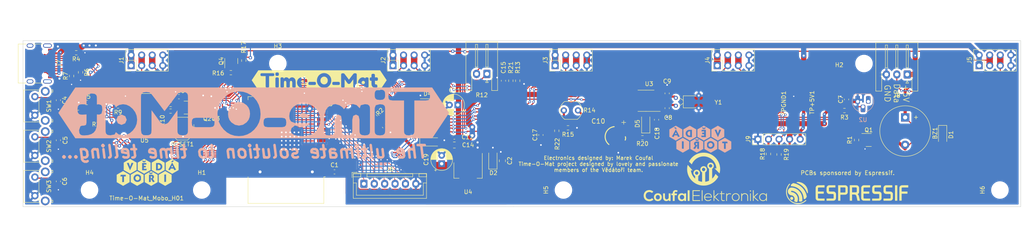
<source format=kicad_pcb>
(kicad_pcb (version 20211014) (generator pcbnew)
  (layers (0 "F.Cu" signal) (31 "B.Cu" signal) (34 "B.Paste" user) (35 "F.Paste" user) (36 "B.SilkS" user "B.Silkscreen") (37 "F.SilkS" user "F.Silkscreen") (38 "B.Mask" user) (39 "F.Mask" user) (44 "Edge.Cuts" user))
  (net 0 "")
  (net 1 "+5V")
  (net 2 "Net-(BZ1-Pad2)")
  (net 3 "+3V3")
  (net 4 "GND")
  (net 5 "/USB+Power/ESP_RST")
  (net 6 "BUTTON1")
  (net 7 "BUTTON2")
  (net 8 "BUTTON3")
  (net 9 "Net-(C8-Pad1)")
  (net 10 "Net-(C9-Pad1)")
  (net 11 "Net-(C10-Pad1)")
  (net 12 "WS2812")
  (net 13 "Net-(J1-Pad5)")
  (net 14 "Net-(J2-Pad5)")
  (net 15 "Net-(J3-Pad5)")
  (net 16 "Net-(J4-Pad5)")
  (net 17 "Net-(J5-Pad5)")
  (net 18 "TOUCH9")
  (net 19 "TOUCH8")
  (net 20 "TOUCH7")
  (net 21 "TOUCH6")
  (net 22 "TOUCH5")
  (net 24 "/USB+Power/D+")
  (net 25 "CC2")
  (net 26 "Net-(J7-PadA8)")
  (net 27 "/USB+Power/D-")
  (net 28 "CC1")
  (net 29 "Net-(J7-PadB8)")
  (net 30 "BUZZER")
  (net 31 "Net-(Q2-Pad1)")
  (net 32 "Net-(Q2-Pad2)")
  (net 33 "Net-(Q3-Pad1)")
  (net 34 "Net-(Q3-Pad2)")
  (net 35 "/USB+Power/ESP_GPIO0")
  (net 36 "TEMPERATURE")
  (net 37 "/USB+Power/ESP_RX")
  (net 38 "Net-(R8-Pad2)")
  (net 39 "/USB+Power/ESP_TX")
  (net 40 "Net-(R9-Pad2)")
  (net 41 "LIGHT1")
  (net 42 "LIGHT2")
  (net 43 "SCLK")
  (net 44 "CE")
  (net 52 "I2C_SCL")
  (net 55 "I2C_SDA")
  (net 57 "IO")
  (net 63 "Net-(Q4-Pad2)")
  (net 66 "Net-(D5-Pad1)")
  (net 67 "Net-(J7-PadA5)")
  (net 68 "Net-(J7-PadB5)")
  (net 69 "Net-(R12-Pad2)")
  (net 70 "Net-(R14-Pad2)")
  (footprint "Capacitor_SMD:C_0603_1608Metric" (layer "F.Cu") (at 41.0475 13.5)
    (fp_text reference "C13")
    (fp_text value "10u")
  )
  (footprint "Capacitor_SMD:C_0805_2012Metric" (layer "F.Cu") (at 115.316 28.956 90)
    (fp_text reference "C2")
    (fp_text value "10u")
  )
  (footprint "Resistor_SMD:R_0603_1608Metric" (layer "F.Cu") (at 35.496 15.367 180)
    (fp_text reference "R11")
    (fp_text value "12K")
  )
  (footprint "Button_Switch_THT:SW_Tactile_SPST_Angled_PTS645Vx83-2LFS" (layer "F.Cu") (at 2.8625 37.375 90)
    (fp_text reference "SW3")
    (fp_text value "SW_SPST")
  )
  (footprint "Diode_SMD:D_MiniMELF" (layer "F.Cu") (at 97.3 15 180)
    (fp_text reference "D4")
    (fp_text value "5V6")
  )
  (footprint "Connector_Wire:SolderWirePad_1x01_SMD_1x2mm" (layer "F.Cu") (at 187.8 15.6)
    (fp_text reference "TP+5V1")
    (fp_text value "TestPoint")
  )
  (footprint "Resistor_SMD:R_0603_1608Metric" (layer "F.Cu") (at 179.324 27.305 90)
    (fp_text reference "R18")
    (fp_text value "10K")
  )
  (footprint "Resistor_SMD:R_0603_1608Metric" (layer "F.Cu") (at 131.1 21)
    (fp_text reference "R15")
    (fp_text value "10K")
  )
  (footprint "Time-O-Mat_Library:Coufal_elektronika_text_30x13mm" (layer "F.Cu") (at 164.211 33.401)
    (fp_text reference "G1" hide)
    (fp_text value "CoufalElektronika_logo" hide)
  )
  (footprint "Connector_USB:USB_C_Receptacle_HRO_TYPE-C-31-M-12" (layer "F.Cu") (at 2.74 5.5 -90)
    (fp_text reference "J7")
    (fp_text value "918-418K2023S40001")
  )
  (footprint "Button_Switch_THT:SW_Tactile_SPST_Angled_PTS645Vx83-2LFS" (layer "F.Cu") (at 2.8625 17.975 90)
    (fp_text reference "SW1")
    (fp_text value "SW_SPST")
  )
  (footprint "Time-O-Mat_Library:Espressif_logo_30mm" (layer "F.Cu") (at 198.247 36.703)
    (fp_text reference "G5" hide)
    (fp_text value "Espressif_logo" hide)
  )
  (footprint "Package_SO:SOIC-16_3.9x9.9mm_P1.27mm" (layer "F.Cu") (at 29 17.8)
    (fp_text reference "U5")
    (fp_text value "CH340G")
  )
  (footprint "Time-O-Mat_Library:SM3R3703T01U" (layer "F.Cu") (at 143.6 23 180)
    (fp_text reference "C10")
    (fp_text value "70mF" hide)
  )
  (footprint "Capacitor_SMD:C_0603_1608Metric" (layer "F.Cu") (at 86.868 20.574 135)
    (fp_text reference "C3")
    (fp_text value "1u")
  )
  (footprint "Diode_SMD:D_SOD-123" (layer "F.Cu") (at 221.221 22.667 -90)
    (fp_text reference "D1")
    (fp_text value "B5819W")
  )
  (footprint "Resistor_SMD:R_0603_1608Metric" (layer "F.Cu") (at 118.999 9.652 -90)
    (fp_text reference "R13")
    (fp_text value "10K")
  )
  (footprint "Resistor_SMD:R_0603_1608Metric" (layer "F.Cu") (at 13.208 17.272)
    (fp_text reference "R24")
    (fp_text value "100K")
  )
  (footprint "Connector_JST:JST_XH_B6B-XH-A_1x06_P2.50mm_Vertical" (layer "F.Cu") (at 82 34.5)
    (fp_text reference "J6")
    (fp_text value "Conn_01x06_Male")
  )
  (footprint "Package_TO_SOT_SMD:SOT-23" (layer "F.Cu") (at 50.1 4.9 90)
    (fp_text reference "Q4")
    (fp_text value "2N7002")
  )
  (footprint "Resistor_SMD:R_0603_1608Metric" (layer "F.Cu") (at 22.86 15.748)
    (fp_text reference "R9")
    (fp_text value "470R")
  )
  (footprint "Resistor_SMD:R_0603_1608Metric" (layer "F.Cu") (at 11.684 8.509 90)
    (fp_text reference "R7")
    (fp_text value "5K1")
  )
  (footprint "Connector_PinHeader_2.54mm:PinHeader_2x04_P2.54mm_Vertical" (layer "F.Cu") (at 167 6 90)
    (fp_text reference "J4")
    (fp_text value "Conn_02x04_Odd_Even")
  )
  (footprint "Package_TO_SOT_SMD:SOT-23" (layer "F.Cu") (at 43.688 16.129)
    (fp_text reference "Q3")
    (fp_text value "S8050")
  )
  (footprint "Capacitor_SMD:C_0603_1608Metric" (layer "F.Cu") (at 152.4 19.05 -90)
    (fp_text reference "C18")
    (fp_text value "100n")
  )
  (footprint "Resistor_SMD:R_0603_1608Metric" (layer "F.Cu") (at 22.86 14.224)
    (fp_text reference "R8")
    (fp_text value "470R")
  )
  (footprint "MountingHole:MountingHole_3.2mm_M3" (layer "F.Cu") (at 235 36 90)
    (fp_text reference "H6")
    (fp_text value "MountingHole")
  )
  (footprint "Resistor_SMD:R_0603_1608Metric" (layer "F.Cu") (at 13.843 7.62 -90)
    (fp_text reference "R6")
    (fp_text value "5K1")
  )
  (footprint "Resistor_SMD:R_0603_1608Metric" (layer "F.Cu") (at 128.397 21.717 -90)
    (fp_text reference "R22")
    (fp_text value "100K")
  )
  (footprint "Resistor_SMD:R_0603_1608Metric" (layer "F.Cu") (at 12.8 2.9)
    (fp_text reference "R4")
    (fp_text value "5K1")
  )
  (footprint "Resistor_SMD:R_0603_1608Metric" (layer "F.Cu") (at 53.1 4.8 -90)
    (fp_text reference "R17")
    (fp_text value "1K")
  )
  (footprint "Resistor_SMD:R_0603_1608Metric" (layer "F.Cu") (at 117.348 9.652 -90)
    (fp_text reference "R21")
    (fp_text value "100K")
  )
  (footprint "Diode_SMD:D_MiniMELF" (layer "F.Cu") (at 98 24.4)
    (fp_text reference "D3")
    (fp_text value "3V3")
  )
  (footprint "Crystal:Crystal_DS26_D2.0mm_L6.0mm_Horizontal_1EP_style2" (layer "F.Cu") (at 157.036 15.682 90)
    (fp_text reference "Y1")
    (fp_text value "Crystal_GND2")
  )
  (footprint "Capacitor_SMD:C_0603_1608Metric" (layer "F.Cu") (at 8.509 33.909 90)
    (fp_text reference "C6")
    (fp_text value "100n")
  )
  (footprint "Connector_PinHeader_2.54mm:PinHeader_2x04_P2.54mm_Vertical" (layer "F.Cu") (at 128 6 90)
    (fp_text reference "J3")
    (fp_text value "Conn_02x04_Odd_Even")
  )
  (footprint "Capacitor_SMD:C_0603_1608Metric" (layer "F.Cu") (at 8.509 24.003 90)
    (fp_text reference "C5")
    (fp_text value "100n")
  )
  (footprint "Resistor_SMD:R_0603_1608Metric" (layer "F.Cu") (at 200.52 23.937 -90)
    (fp_text reference "R1")
    (fp_text value "10K")
  )
  (footprint "Resistor_SMD:R_0603_1608Metric" (layer "F.Cu") (at 149 23.4 180)
    (fp_text reference "R20")
    (fp_text value "10R")
  )
  (footprint "Diode_SMD:D_SOD-123" (layer "F.Cu") (at 113.03 28.702 90)
    (fp_text reference "D2")
    (fp_text value "B5819W")
  )
  (footprint "Resistor_SMD:R_0603_1608Metric" (layer "F.Cu") (at 84.708163 18.363363 -45)
    (fp_text reference "R2")
    (fp_text value "10K")
  )
  (footprint "Capacitor_THT:CP_Radial_D5.0mm_P2.00mm" (layer "F.Cu") (at 100.711 29.657113 90)
    (fp_text reference "C19")
    (fp_text value "100u")
  )
  (footprint "Capacitor_THT:CP_Radial_D5.0mm_P2.00mm" (layer "F.Cu") (at 104.587113 15.494 180)
    (fp_text reference "C11")
    (fp_text value "100u")
  )
  (footprint "Package_SO:SOIC-8_3.9x4.9mm_P1.27mm" (layer "F.Cu") (at 149.86 14.478 180)
    (fp_text reference "U3")
    (fp_text value "DS1302ZN+")
  )
  (footprint "MountingHole:MountingHole_3.2mm_M3" (layer "F.Cu") (at 130 36 90)
    (fp_text reference "H5")
    (fp_text value "MountingHole")
  )
  (footprint "Capacitor_SMD:C_0603_1608Metric" (layer "F.Cu") (at 198.107 14.158 90)
    (fp_text reference "C7")
    (fp_text value "100n")
  )
  (footprint "Connector_JST:JST_XH_S3B-XH-A-1_1x03_P2.50mm_Horizontal" (layer "F.Cu") (at 212.7 8.14 180)
    (fp_text reference "J8")
    (fp_text value "Conn_01x03")
  )
  (footprint "Package_TO_SOT_SMD:SOT-23" (layer "F.Cu") (at 203.441 23.937)
    (fp_text reference "Q1")
    (fp_text value "2N7002")
  )
  (footprint "Resistor_SMD:R_0603_1608Metric" (layer "F.Cu") (at 15.3 14.9)
    (fp_text reference "R5")
    (fp_text value "5K1")
  )
  (footprint "Resistor_SMD:R_0603_1608Metric" (layer "F.Cu") (at 197.599 16.825)
    (fp_text reference "R3")
    (fp_text value "4K7")
  )
  (footprint "Connector_PinHeader_2.54mm:PinHeader_2x04_P2.54mm_Vertical" (layer "F.Cu") (at 89 6 90)
    (fp_text reference "J2")
    (fp_text value "Conn_02x04_Odd_Even")
  )
  (footprint "MountingHole:MountingHole_3.2mm_M3" (layer "F.Cu") (at 43 36)
    (fp_text reference "H1")
    (fp_text value "MountingHole")
  )
  (footprint "Capacitor_SMD:C_0603_1608Metric" (layer "F.Cu") (at 37.5 13.5 180)
    (fp_text reference "C16")
    (fp_text value "100n")
  )
  (footprint "Capacitor_SMD:C_0603_1608Metric" (layer "F.Cu") (at 154.94 12.7 90)
    (fp_text reference "C9")
    (fp_text value "6pF")
  )
  (footprint "Time-O-Mat_Library:Vedatori_15mm" (layer "F.Cu") (at 29.972 31.75)
    (fp_text reference "G3" hide)
    (fp_text value "Vedatori_logo" hide)
  )
  (footprint "MountingHole:MountingHole_3.2mm_M3" (layer "F.Cu") (at 16 36)
    (fp_text reference "H4")
    (fp_text value "MountingHole")
  )
  (footprint "Button_Switch_SMD:SW_SPST_TL3342" (layer "F.Cu") (at 38.354 21.209 180)
    (fp_text reference "RESET1")
    (fp_text value "SW_SPST")
  )
  (footprint "Diode_SMD:D_SOD-123" (layer "F.Cu") (at 149.8 20 90)
    (fp_text reference "D5")
    (fp_text value "B5819W")
  )
  (footprint "Time-O-Mat_Library:Buzzer_12x9.5RM6.6" (layer "F.Cu") (at 212.204 18.486 -90)
    (fp_text reference "BZ1")
    (fp_text value "Buzzer")
  )
  (footprint "Capacitor_SMD:C_0603_1608Metric" (layer "F.Cu") (at 74.93 31.623 180)
    (fp_text reference "C1")
    (fp_text value "100n")
  )
  (footprint "Resistor_SMD:R_0603_1608Metric" (layer "F.Cu") (at 50 7.7)
    (fp_text reference "R16")
    (fp_text value "1K")
  )
  (footprint "Package_TO_SOT_SMD:SOT-23" (layer "F.Cu") (at 39.37 16.129 180)
    (fp_text reference "Q2")
    (fp_text value "S8050")
  )
  (footprint "Capacitor_SMD:C_0603_1608Metric" (layer "F.Cu") (at 115.57 9.652 -90)
    (fp_text reference "C15")
    (fp_text value "1u")
  )
  (footprint "Resistor_SMD:R_0603_1608Metric" (layer "F.Cu") (at 181.864 27.432 90)
    (fp_text reference "R19")
    (fp_text value "10K")
  )
  (footprint "MountingHole:MountingHole_3.2mm_M3" (layer "F.Cu") (at 202.3 5.5)
    (fp_text reference "H2")
    (fp_text value "MountingHole")
  )
  (footprint "kibuzzard-61E8891A" (layer "F.Cu") (at 71.247 9.525)
    (fp_text reference "kibuzzard-61E8891A" hide)
    (fp_text value "G***" hide)
  )
  (footprint "Capacitor_SMD:C_0603_1608Metric" (layer "F.Cu") (at 124.587 22.733 90)
    (fp_text reference "C17")
    (fp_text value "1u")
  )
  (footprint "RF_Module:ESP32-WROOM-32" (layer "F.Cu") (at 63.246 23.368 180)
    (fp_text reference "U1")
    (fp_text value "ESP32-WROOM-32D")
  )
  (footprint "Package_TO_SOT_SMD:SOT-223-3_TabPin2" (layer "F.Cu") (at 107.061 31.242 -90)
    (fp_text reference "U4")
    (fp_text value "AMS1117-3.3")
  )
  (footprint "Connector_PinHeader_2.54mm:PinHeader_2x04_P2.54mm_Vertical" (layer "F.Cu") (at 26 6 90)
    (fp_text reference "J1")
    (fp_text value "Conn_02x04_Odd_Even")
  )
  (footprint "Capacitor_SMD:C_0603_1608Metric" (layer "F.Cu") (at 154.94 16.269 -90)
    (fp_text reference "C8")
    (fp_text value "6pF")
  )
  (footprint "Capacitor_SMD:C_0805_2012Metric" (layer "F.Cu") (at 103.759 25.146 180)
    (fp_text reference "C14")
    (fp_text value "10u")
  )
  (footprint "Connector_PinHeader_2.54mm:PinHeader_1x05_P2.54mm_Vertical" (layer "F.Cu") (at 176.789 23.749 90)
    (fp_text reference "J9")
    (fp_text value "Conn_01x05_Male")
  )
  (footprint "Connector_PinHeader_2.54mm:PinHeader_2x04_P2.54mm_Vertical" (layer "F.Cu") (at 230 6 90)
    (fp_text reference "J5")
    (fp_text value "Conn_02x04_Odd_Even")
  )
  (footprint "Button_Switch_THT:SW_Tactile_SPST_Angled_PTS645Vx83-2LFS" (layer "F.Cu") (at 2.8625 27.675 90)
    (fp_text reference "SW2")
    (fp_text value "SW_SPST")
  )
  (footprint "Capacitor_SMD:C_0603_1608Metric" (layer "F.Cu") (at 8.509 14.351 90)
    (fp_text reference "C4")
    (fp_text value "100n")
  )
  (footprint "Capacitor_SMD:C_0603_1608Metric" (layer "F.Cu") (at 103.759 23.241 180)
    (fp_text reference "C12")
    (fp_text value "100n")
  )
  (footprint "Resistor_SMD:R_0603_1608Metric" (layer "F.Cu") (at 35.496 16.967 180)
    (fp_text reference "R10")
    (fp_text value "12K")
  )
  (footprint "Resistor_SMD:R_0603_1608Metric" (layer "F.Cu") (at 18.034 21.59)
    (fp_text reference "R23")
    (fp_text value "100K")
  )
  (footprint "Connector_Wire:SolderWirePad_1x01_SMD_1x2mm" (layer "F.Cu") (at 185.44 15.6)
    (fp_text reference "TPGND1")
    (fp_text value "TestPoint")
  )
  (footprint "OptoDevice:R_LDR_5.1x4.3mm_P3.4mm_Vertical" (layer "F.Cu") (at 133.5 16.8 180)
    (fp_text reference "R14")
    (fp_text value "R_Photo")
  )
  (footprint "Connector_JST:JST_XH_S2B-XH-A-1_1x02_P2.50mm_Horizontal" (layer "F.Cu") (at 111.6 8.001 180)
    (fp_text reference "R12")
    (fp_text value "R_Photo")
  )
  (footprint "MountingHole:MountingHole_3.2mm_M3" (layer "F.Cu") (at 61.3 5.5)
    (fp_text reference "H3")
    (fp_text value "MountingHole")
  )
  (footprint "Package_TO_SOT_THT:TO-92_HandSolder" (layer "B.Cu") (at 200.787 14.654)
    (fp_text reference "U2")
    (fp_text value "DS18B20")
  )
  (footprint "kibuzzard-61E88A0E" (layer "B.Cu") (at 55.499 17.399 180)
    (fp_text reference "kibuzzard-61E88A0E" hide)
    (fp_text value "G***" hide)
  )
  (footprint "Time-O-Mat_Library:Vedatori_15mm" (layer "B.Cu") (at 162.941 23.749 180)
    (fp_text reference "G2" hide)
    (fp_text value "Vedatori_logo" hide)
  )
  (gr_line (start 0 40) (end 118 40) (layer "Edge.Cuts") (width 0.1))
  (gr_line (start 118 40) (end 240 40) (layer "Edge.Cuts") (width 0.1))
  (gr_line (start 240 28) (end 240 0) (layer "Edge.Cuts") (width 0.1))
  (gr_line (start 240 40) (end 240 28) (layer "Edge.Cuts") (width 0.1))
  (gr_line (start 0 24) (end 0 0) (layer "Edge.Cuts") (width 0.1))
  (gr_line (start 0 0) (end 240 0) (layer "Edge.Cuts") (width 0.1))
  (gr_line (start 0 24) (end 0 40) (layer "Edge.Cuts") (width 0.1))
  (gr_text "The ultimate solution to time telling..." (at 53.213 26.797) (layer "B.SilkS") (effects (font (size 3 3) (thickness 0.6) italic) (justify mirror)))
  (gr_text "+5V\nData\nGND" (at 210.185 12.7 270) (layer "F.SilkS") (effects (font (size 1.4 1.4))))
  (gr_text "Electronics designed by: Marek Coufal\nTime-O-Mat project designed by lovely and passionate\nmembers of the Vědátoři team." (at 138.43 29.718) (layer "F.SilkS") (effects (font (size 0.9 0.9))))
  (gr_text "Time-O-Mat_Mobo_H01\n" (at 29.718 37.973) (layer "F.SilkS") (effects (font (size 1 1))))
  (gr_text "PCBs sponsored by Espressif." (at 198.374 31.877) (layer "F.SilkS") (effects (font (size 1 1))))
  (segment (start 187.8 15.6) (end 187.8 17.67448) (width 0.762) (layer "F.Cu") (net 1))
  (segment (start 221.221 21.017) (end 214.735 21.017) (width 0.254) (layer "F.Cu") (net 1))
  (segment (start 214.642 8.14) (end 214.642 3.568) (width 1.27) (layer "F.Cu") (net 1))
  (segment (start 14.224 1.524) (end 14.59548 1.15252) (width 1.27) (layer "F.Cu") (net 1))
  (segment (start 104.65752 1.15252) (end 127.95252 1.15252) (width 1.27) (layer "F.Cu") (net 1))
  (segment (start 6.785 3.05) (end 6.094 3.05) (width 0.254) (layer "F.Cu") (net 1))
  (segment (start 8.56 7.95) (end 8.636 7.874) (width 0.254) (layer "F.Cu") (net 1))
  (segment (start 167 3.46) (end 167 1.2) (width 1.27) (layer "F.Cu") (net 1))
  (segment (start 128 3.46) (end 128 1.2) (width 1.27) (layer "F.Cu") (net 1))
  (segment (start 5.892102 7.95) (end 6.785 7.95) (width 0.254) (layer "F.Cu") (net 1))
  (segment (start 214.757 8.255) (end 214.757 9.398) (width 0.762) (layer "F.Cu") (net 1))
  (segment (start 26 3.46) (end 26 1.4) (width 1.27) (layer "F.Cu") (net 1))
  (segment (start 5.503581 7.561479) (end 5.892102 7.95) (width 0.254) (layer "F.Cu") (net 1))
  (segment (start 89.04748 1.15252) (end 104.65752 1.15252) (width 1.27) (layer "F.Cu") (net 1))
  (segment (start 187.8 15.6) (end 187.8 13.3) (width 0.762) (layer "F.Cu") (net 1))
  (segment (start 212.204 11.951) (end 212.204 18.486) (width 0.762) (layer "F.Cu") (net 1))
  (segment (start 54.575 3.975) (end 54.7 4.1) (width 0.254) (layer "F.Cu") (net 1))
  (segment (start 212.7 8.14) (end 214.642 8.14) (width 1.27) (layer "F.Cu") (net 1))
  (segment (start 6.094 3.05) (end 5.715 3.429) (width 0.254) (layer "F.Cu") (net 1))
  (segment (start 186.949 21.84552) (end 187.579 21.21552) (width 0.762) (layer "F.Cu") (net 1))
  (segment (start 167.04748 1.15252) (end 227.69252 1.15252) (width 1.27) (layer "F.Cu") (net 1))
  (segment (start 26 6) (end 26 3.46) (width 1.524) (layer "F.Cu") (net 1))
  (segment (start 99.05 14.85) (end 100.139 13.761) (width 0.762) (layer "F.Cu") (net 1))
  (segment (start 214.735 21.017) (end 212.204 18.486) (width 0.254) (layer "F.Cu") (net 1))
  (segment (start 5.715 3.429) (end 5.207 3.429) (width 0.254) (layer "F.Cu") (net 1))
  (segment (start 128 1.2) (end 127.95252 1.15252) (width 1.27) (layer "F.Cu") (net 1))
  (segment (start 104.761 1.256) (end 104.65752 1.15252) (width 1.27) (layer "F.Cu") (net 1))
  (segment (start 89 6) (end 89 3.46) (width 1.524) (layer "F.Cu") (net 1))
  (segment (start 89 1.2) (end 89.04748 1.15252) (width 1.27) (layer "F.Cu") (net 1))
  (segment (start 227.69252 1.15252) (end 230 3.46) (width 1.27) (layer "F.Cu") (net 1))
  (segment (start 14.59548 1.15252) (end 25.75252 1.15252) (width 1.27) (layer "F.Cu") (net 1))
  (segment (start 6.785 7.95) (end 8.56 7.95) (width 0.254) (layer "F.Cu") (net 1))
  (segment (start 128 6) (end 128 3.46) (width 1.524) (layer "F.Cu") (net 1))
  (segment (start 5.275479 7.561479) (end 5.503581 7.561479) (width 0.254) (layer "F.Cu") (net 1))
  (segment (start 127.95252 1.15252) (end 167.04748 1.15252) (width 1.27) (layer "F.Cu") (net 1))
  (segment (start 89 3.46) (end 89 1.2) (width 1.27) (layer "F.Cu") (net 1))
  (segment (start 6.785 3.05) (end 8.761 3.05) (width 0.508) (layer "F.Cu") (net 1))
  (segment (start 8.761 3.05) (end 9.017 2.794) (width 0.508) (layer "F.Cu") (net 1))
  (segment (start 5.207 3.429) (end 4.699 3.937) (width 0.508) (layer "F.Cu") (net 1))
  (segment (start 104.761 10.839) (end 104.761 1.256) (width 1.27) (layer "F.Cu") (net 1))
  (segment (start 167 1.2) (end 167.04748 1.15252) (width 1.27) (layer "F.Cu") (net 1))
  (segment (start 214.642 3.568) (end 214.63 3.556) (width 1.27) (layer "F.Cu") (net 1))
  (segment (start 214.757 9.398) (end 212.204 11.951) (width 0.762) (layer "F.Cu") (net 1))
  (segment (start 187.8 13.3) (end 187.8 3.6) (width 1.27) (layer "F.Cu") (net 1))
  (segment (start 187.8 17.67448) (end 187.706 17.76848) (width 0.762) (layer "F.Cu") (net 1))
  (segment (start 186.949 23.749) (end 186.949 21.84552) (width 0.762) (layer "F.Cu") (net 1))
  (segment (start 10.287 1.524) (end 14.224 1.524) (width 1.27) (layer "F.Cu") (net 1))
  (segment (start 4.699 6.985) (end 5.275479 7.561479) (width 0.508) (layer "F.Cu") (net 1))
  (segment (start 53.1 3.975) (end 54.575 3.975) (width 0.254) (layer "F.Cu") (net 1))
  (segment (start 100.139 13.761) (end 104.761 13.761) (width 0.762) (layer "F.Cu") (net 1))
  (segment (start 4.699 3.937) (end 4.699 6.985) (width 0.508) (layer "F.Cu") (net 1))
  (segment (start 25.75252 1.15252) (end 89.04748 1.15252) (width 1.27) (layer "F.Cu") (net 1))
  (segment (start 104.761 13.761) (end 104.761 10.839) (width 1.27) (layer "F.Cu") (net 1))
  (segment (start 26 1.4) (end 25.75252 1.15252) (width 1.27) (layer "F.Cu") (net 1))
  (segment (start 9.017 2.794) (end 10.287 1.524) (width 1.27) (layer "F.Cu") (net 1))
  (segment (start 99.05 15) (end 99.05 14.85) (width 0.762) (layer "F.Cu") (net 1))
  (segment (start 214.642 8.14) (end 214.757 8.255) (width 1.27) (layer "F.Cu") (net 1))
  (segment (start 104.761 28.092) (end 104.761 13.761) (width 1.27) (layer "F.Cu") (net 1))
  (segment (start 167 6) (end 167 3.46) (width 1.524) (layer "F.Cu") (net 1))
  (via (at 187.579 21.1345) (size 0.6) (drill 0.3) (layers "F.Cu" "B.Cu") (net 1))
  (via (at 187.8 3.6) (size 1) (drill 0.5) (layers "F.Cu" "B.Cu") (net 1))
  (via (at 54.7 4.1) (size 0.8) (drill 0.4) (layers "F.Cu" "B.Cu") (net 1))
  (via (at 9.017 2.794) (size 0.6) (drill 0.3) (layers "F.Cu" "B.Cu") (net 1))
  (via (at 214.63 3.556) (size 0.8) (drill 0.4) (layers "F.Cu" "B.Cu") (net 1))
  (via (at 17.51648 1.15252) (size 1) (drill 0.5) (layers "F.Cu" "B.Cu") (net 1))
  (via (at 14.59548 1.15252) (size 1) (drill 0.5) (layers "F.Cu" "B.Cu") (net 1))
  (via (at 187.706 17.76848) (size 0.6) (drill 0.3) (layers "F.Cu" "B.Cu") (net 1))
  (via (at 8.636 7.874) (size 0.6) (drill 0.3) (layers "F.Cu" "B.Cu") (net 1))
  (via (at 15.99248 1.15252) (size 1) (drill 0.5) (layers "F.Cu" "B.Cu") (net 1))
  (segment (start 89 1.2) (end 88.95252 1.15252) (width 1.27) (layer "B.Cu") (net 1))
  (segment (start 54.7 1.5) (end 55.04748 1.15252) (width 0.254) (layer "B.Cu") (net 1))
  (segment (start 8.636 3.175) (end 9.017 2.794) (width 0.762) (layer "B.Cu") (net 1))
  (segment (start 8.636 7.874) (end 8.636 3.175) (width 0.762) (layer "B.Cu") (net 1))
  (segment (start 227.69252 1.15252) (end 230 3.46) (width 1.27) (layer "B.Cu") (net 1))
  (segment (start 187.65252 1.15252) (end 205.36852 1.15252) (width 1.27) (layer "B.Cu") (net 1))
  (segment (start 167.44748 1.15252) (end 187.65252 1.15252) (width 1.27) (layer "B.Cu") (net 1))
  (segment (start 26 1.2) (end 25.95252 1.15252) (width 1.27) (layer "B.Cu") (net 1))
  (segment (start 230 3.46) (end 230 6) (width 1.27) (layer "B.Cu") (net 1))
  (segment (start 128 1.4) (end 127.75252 1.15252) (width 1.27) (layer "B.Cu") (net 1))
  (segment (start 214.757 1.27) (end 214.63952 1.15252) (width 0.762) (layer "B.Cu") (net 1))
  (segment (start 187.8 3.6) (end 187.8 1.3) (width 1.27) (layer "B.Cu") (net 1))
  (segment (start 187.8 1.3) (end 187.65252 1.15252) (width 1.27) (layer "B.Cu") (net 1))
  (segment (start 187.706 17.76848) (end 187.706 21.0075) (width 0.762) (layer "B.Cu") (net 1))
  (segment (start 14.59548 1.15252) (end 25.95252 1.15252) (width 1.27) (layer "B.Cu") (net 1))
  (segment (start 167 3.46) (end 167 1.6) (width 1.27) (layer "B.Cu") (net 1))
  (segment (start 55.04748 1.15252) (end 88.95252 1.15252) (width 1.27) (layer "B.Cu") (net 1))
  (segment (start 214.63 1.16204) (end 214.63952 1.15252) (width 1.27) (layer "B.Cu") (net 1))
  (segment (start 187.706 21.0075) (end 187.579 21.1345) (width 0.762) (layer "B.Cu") (net 1))
  (segment (start 26 6) (end 26 1.2) (width 1.27) (layer "B.Cu") (net 1))
  (segment (start 88.95252 1.15252) (end 127.75252 1.15252) (width 1.27) (layer "B.Cu") (net 1))
  (segment (start 128 6) (end 128 1.4) (width 1.27) (layer "B.Cu") (net 1))
  (segment (start 205.36852 1.15252) (end 227.69252 1.15252) (width 1.27) (layer "B.Cu") (net 1))
  (segment (start 54.7 4.1) (end 54.7 1.5) (width 0.254) (layer "B.Cu") (net 1))
  (segment (start 214.63 3.556) (end 214.63 1.16204) (width 1.27) (layer "B.Cu") (net 1))
  (segment (start 214.63952 1.15252) (end 205.36852 1.15252) (width 0.762) (layer "B.Cu") (net 1))
  (segment (start 127.75252 1.15252) (end 167.44748 1.15252) (width 1.27) (layer "B.Cu") (net 1))
  (segment (start 25.95252 1.15252) (end 55.04748 1.15252) (width 1.27) (layer "B.Cu") (net 1))
  (segment (start 167 1.6) (end 167.44748 1.15252) (width 1.27) (layer "B.Cu") (net 1))
  (segment (start 89 6) (end 89 1.2) (width 1.27) (layer "B.Cu") (net 1))
  (segment (start 210.055 23.937) (end 212.204 26.086) (width 0.762) (layer "F.Cu") (net 2))
  (segment (start 213.973 24.317) (end 212.204 26.086) (width 0.254) (layer "F.Cu") (net 2))
  (segment (start 221.221 24.317) (end 213.973 24.317) (width 0.254) (layer "F.Cu") (net 2))
  (segment (start 204.3785 23.937) (end 210.055 23.937) (width 0.762) (layer "F.Cu") (net 2))
  (segment (start 107.188 16.002) (end 110.236 12.954) (width 1.27) (layer "F.Cu") (net 3))
  (segment (start 46.590285 12.590285) (end 46.590285 12.602869) (width 0.762) (layer "F.Cu") (net 3))
  (segment (start 75.946 31.623) (end 76.342422 31.226578) (width 0.508) (layer "F.Cu") (net 3))
  (segment (start 26.525 17.165) (end 28.035 17.165) (width 0.508) (layer "F.Cu") (net 3))
  (segment (start 50.26852 12.437501) (end 50.275717 12.437501) (width 0.762) (layer "F.Cu") (net 3))
  (segment (start 196.697 14.933) (end 195.554 14.933) (width 0.762) (layer "F.Cu") (net 3))
  (segment (start 159.131 9.144) (end 160.782 10.795) (width 1.27) (layer "F.Cu") (net 3))
  (segment (start 169 17) (end 172 20) (width 1.27) (layer "F.Cu") (net 3))
  (segment (start 149.8 17.2) (end 150.617 16.383) (width 0.508) (layer "F.Cu") (net 3))
  (segment (start 40.2725 13.5) (end 39.205 13.5) (width 0.508) (layer "F.Cu") (net 3))
  (segment (start 149.733 15.24) (end 149.733 11.049) (width 0.508) (layer "F.Cu") (net 3))
  (segment (start 160.782 10.795) (end 165.595 10.795) (width 1.27) (layer "F.Cu") (net 3))
  (segment (start 184.409 25.712) (end 184.409 23.749) (width 0.508) (layer "F.Cu") (net 3))
  (segment (start 49.175 7.7) (end 49.175 5.8625) (width 0.254) (layer "F.Cu") (net 3))
  (segment (start 48.781073 13.190305) (end 49.515716 13.190305) (width 0.762) (layer "F.Cu") (net 3))
  (segment (start 29 14.2) (end 29.845 13.355) (width 0.508) (layer "F.Cu") (net 3))
  (segment (start 47.169861 13.182445) (end 48.773213 13.182445) (width 0.762) (layer "F.Cu") (net 3))
  (segment (start 196.774 16.825) (end 196.774 15.01) (width 0.254) (layer "F.Cu") (net 3))
  (segment (start 96.25 24.55) (end 94.436 26.364) (width 0.508) (layer "F.Cu") (net 3))
  (segment (start 39.1 11.3) (end 45.3 11.3) (width 0.762) (layer "F.Cu") (net 3))
  (segment (start 196.774 15.01) (end 196.697 14.933) (width 0.254) (layer "F.Cu") (net 3))
  (segment (start 77.978 36.703) (end 79.629 38.354) (width 0.762) (layer "F.Cu") (net 3))
  (segment (start 75.468844 30.353) (end 75.897922 30.782078) (width 0.762) (layer "F.Cu") (net 3))
  (segment (start 49.175 5.8625) (end 49.15 5.8375) (width 0.254) (layer "F.Cu") (net 3))
  (segment (start 185.227 20) (end 192.773 20) (width 1.27) (layer "F.Cu") (net 3))
  (segment (start 55.920758 9.608549) (end 77.680549 9.608549) (width 0.762) (layer "F.Cu") (net 3))
  (segment (start 152.335 18.21) (end 152.4 18.275) (width 0.508) (layer "F.Cu") (net 3))
  (segment (start 31.475 13.355) (end 32.873 13.355) (width 0.508) (layer "F.Cu") (net 3))
  (segment (start 39.205 13.5) (end 38.275 13.5) (width 0.508) (layer "F.Cu") (net 3))
  (segment (start 79.629 38.354) (end 97.79 38.354) (width 0.762) (layer "F.Cu") (net 3))
  (segment (start 152.335 16.383) (end 150.876 16.383) (width 0.508) (layer "F.Cu") (net 3))
  (segment (start 151.638 9.144) (end 159.131 9.144) (width 1.27) (layer "F.Cu") (net 3))
  (segment (start 76.342422 31.226578) (end 77.978 32.862156) (width 0.762) (layer "F.Cu") (net 3))
  (segment (start 128.844 29.906) (end 115.316 29.906) (width 0.508) (layer "F.Cu") (net 3))
  (segment (start 75.705 30.975) (end 75.897922 30.782078) (width 0.508) (layer "F.Cu") (net 3))
  (segment (start 165.595 10.795) (end 169 14.2) (width 1.27) (layer "F.Cu") (net 3))
  (segment (start 45.3 11.3) (end 46.590285 12.590285) (width 0.762) (layer "F.Cu") (net 3))
  (segment (start 84.1248 17.78) (end 84.9884 16.9164) (width 0.254) (layer "F.Cu") (net 3))
  (segment (start 50.275717 12.437501) (end 52.335676 10.377542) (width 0.762) (layer "F.Cu") (net 3))
  (segment (start 200.774 14.654) (end 198.386 14.654) (width 0.762) (layer "F.Cu") (net 3))
  (segment (start 52.335676 10.377542) (end 55.151767 10.377542) (width 0.762) (layer "F.Cu") (net 3))
  (segment (start 184.409 22.546919) (end 185.227 21.728919) (width 1.27) (layer "F.Cu") (net 3))
  (segment (start 132.879218 12.954) (end 134.784218 11.049) (width 1.27) (layer "F.Cu") (net 3))
  (segment (start 105.918 9.525) (end 110.076 9.525) (width 0.254) (layer "F.Cu") (net 3))
  (segment (start 195.554 14.933) (end 192.773 17.714) (width 0.762) (layer "F.Cu") (net 3))
  (segment (start 29 16.2) (end 29 14.2) (width 0.508) (layer "F.Cu") (net 3))
  (segment (start 39.205 13.5) (end 39.205 11.405) (width 0.508) (layer "F.Cu") (net 3))
  (segment (start 110.076 9.525) (end 111.6 8.001) (width 0.254) (layer "F.Cu") (net 3))
  (segment (start 29.845 13.355) (end 31.475 13.355) (width 0.508) (layer "F.Cu") (net 3))
  (segment (start 150.876 16.383) (end 149.733 15.24) (width 0.508) (layer "F.Cu") (net 3))
  (segment (start 135.255 18.555) (end 135.255 23.495) (width 0.508) (layer "F.Cu") (net 3))
  (segment (start 107.188 19.9285) (end 107.188 16.002) (width 1.27) (layer "F.Cu") (net 3))
  (segment (start 105.772979 29.198958) (end 105.772979 9.670021) (width 0.254) (layer "F.Cu") (net 3))
  (segment (start 75.705 31.623) (end 75.705 30.975) (width 0.508) (layer "F.Cu") (net 3))
  (segment (start 77.680549 9.608549) (end 84.9884 16.9164) (width 0.762) (layer "F.Cu") (net 3))
  (segment (start 184.409 23.749) (end 184.409 22.546919) (width 1.27) (layer "F.Cu") (net 3))
  (segment (start 135.255 23.495) (end 128.844 29.906) (width 0.508) (layer "F.Cu") (net 3))
  (segment (start 152.335 16.383) (end 152.335 18.21) (width 0.508) (layer "F.Cu") (net 3))
  (segment (start 84.9884 16.9164) (end 94.436 26.364) (width 0.762) (layer "F.Cu") (net 3))
  (segment (start 107.061 28.092) (end 105.772979 26.803979) (width 0.254) (layer "F.Cu") (net 3))
  (segment (start 77.978 32.862156) (end 77.978 36.703) (width 0.762) (layer "F.Cu") (net 3))
  (segment (start 33.273 12.955) (end 34.928 11.3) (width 0.762) (layer "F.Cu") (net 3))
  (segment (start 46.590285 12.602869) (end 47.169861 13.182445) (width 0.762) (layer "F.Cu") (net 3))
  (segment (start 133.5 16.8) (end 135.255 18.555) (width 0.508) (layer "F.Cu") (net 3))
  (segment (start 32.873 13.355) (end 33.273 12.955) (width 0.508) (layer "F.Cu") (net 3))
  (segment (start 39.205 11.405) (end 39.1 11.3) (width 0.508) (layer "F.Cu") (net 3))
  (segment (start 48.773213 13.182445) (end 48.781073 13.190305) (width 0.762) (layer "F.Cu") (net 3))
  (segment (start 150.617 16.383) (end 150.876 16.383) (width 0.508) (layer "F.Cu") (net 3))
  (segment (start 107.061 23.8865) (end 108.077 22.8705) (width 1.27) (layer "F.Cu") (net 3))
  (segment (start 34.928 11.3) (end 39.1 11.3) (width 0.762) (layer "F.Cu") (net 3))
  (segment (start 49.175 7.7) (end 45.575 11.3) (width 0.254) (layer "F.Cu") (net 3))
  (segment (start 71.746 30.353) (end 75.468844 30.353) (width 0.762) (layer "F.Cu") (net 3))
  (segment (start 75.705 31.623) (end 75.946 31.623) (width 0.508) (layer "F.Cu") (net 3))
  (segment (start 198.386 14.654) (end 198.107 14.933) (width 0.762) (layer "F.Cu") (net 3))
  (segment (start 110.236 12.954) (end 132.879218 12.954) (width 1.27) (layer "F.Cu") (net 3))
  (segment (start 149.8 18.35) (end 149.8 17.2) (width 0.508) (layer "F.Cu") (net 3))
  (segment (start 28.035 17.165) (end 29 16.2) (width 0.508) (layer "F.Cu") (net 3))
  (segment (start 169 14.2) (end 169 17) (width 1.27) (layer "F.Cu") (net 3))
  (segment (start 172 20) (end 185.227 20) (width 1.27) (layer "F.Cu") (net 3))
  (segment (start 105.772979 9.670021) (end 105.918 9.525) (width 0.254) (layer "F.Cu") (net 3))
  (segment (start 108.077 20.8175) (end 107.188 19.9285) (width 1.27) (layer "F.Cu") (net 3))
  (segment (start 185.227 21.728919) (end 185.227 20) (width 1.27) (layer "F.Cu") (net 3))
  (segment (start 179.451 28.257) (end 179.324 28.13) (width 0.508) (layer "F.Cu") (net 3))
  (segment (start 96.25 24.4) (end 96.25 24.55) (width 0.508) (layer "F.Cu") (net 3))
  (segment (start 49.515716 13.190305) (end 50.26852 12.437501) (width 0.762) (layer "F.Cu") (net 3))
  (segment (start 107.061 28.092) (end 107.061 23.8865) (width 1.27) (layer "F.Cu") (net 3))
  (segment (start 181.864 28.257) (end 179.451 28.257) (width 0.508) (layer "F.Cu") (net 3))
  (segment (start 198.107 14.933) (end 196.697 14.933) (width 0.762) (layer "F.Cu") (net 3))
  (segment (start 94.436 26.364) (end 97.663 29.591) (width 0.762) (layer "F.Cu") (net 3))
  (segment (start 134.784218 11.049) (end 149.733 11.049) (width 1.27) (layer "F.Cu") (net 3))
  (segment (start 45.575 11.3) (end 45.3 11.3) (width 0.254) (layer "F.Cu") (net 3))
  (segment (start 181.864 28.257) (end 184.409 25.712) (width 0.508) (layer "F.Cu") (net 3))
  (segment (start 149.733 11.049) (end 151.638 9.144) (width 1.27) (layer "F.Cu") (net 3))
  (segment (start 75.897922 30.782078) (end 76.342422 31.226578) (width 0.762) (layer "F.Cu") (net 3))
  (segment (start 55.151767 10.377542) (end 55.920758 9.608549) (width 0.762) (layer "F.Cu") (net 3))
  (via (at 192.773 20) (size 0.6) (drill 0.3) (layers "F.Cu" "B.Cu") (net 3))
  (via (at 108.077 22.8705) (size 1.4) (drill 0.7) (layers "F.Cu" "B.Cu") (net 3))
  (via (at 108.077 20.8175) (size 1.4) (drill 0.7) (layers "F.Cu" "B.Cu") (net 3))
  (via (at 192.773 17.714) (size 0.6) (drill 0.3) (layers "F.Cu" "B.Cu") (net 3))
  (segment (start 192.773 17.714) (end 192.773 20) (width 0.762) (layer "B.Cu") (net 3))
  (segment (start 108.077 22.8705) (end 108.077 20.8175) (width 1.27) (layer "B.Cu") (net 3))
  (segment (start 154.94 11.925) (end 154.94 10.668) (width 0.508) (layer "F.Cu") (net 4))
  (segment (start 102.984 23.99) (end 102.984 24.971) (width 0.762) (layer "F.Cu") (net 4))
  (segment (start 84.0105 26.8605) (end 82.9945 25.8445) (width 0.254) (layer "F.Cu") (net 4))
  (segment (start 8.509 34.684) (end 8.509 35.941) (width 0.254) (layer "F.Cu") (net 4))
  (segment (start 185.44 13.44) (end 185.4 13.4) (width 0.254) (layer "F.Cu") (net 4))
  (segment (start 76.2635 24.7015) (end 75.2475 23.6855) (width 0.254) (layer "F.Cu") (net 4))
  (segment (start 89.916 30.099) (end 88.9 29.083) (width 0.254) (layer "F.Cu") (net 4))
  (segment (start 81.153 29.591) (end 80.899 29.337) (width 0.254) (layer "F.Cu") (net 4))
  (segment (start 200.645 24.887) (end 200.52 24.762) (width 0.762) (layer "F.Cu") (net 4))
  (segment (start 90.932 31.115) (end 89.916 30.099) (width 0.254) (layer "F.Cu") (net 4))
  (segment (start 26.525 13.355) (end 24.639 13.355) (width 0.508) (layer "F.Cu") (net 4))
  (segment (start 84.963 27.813) (end 84.0105 26.8605) (width 0.254) (layer "F.Cu") (net 4))
  (segment (start 82.9945 25.8445) (end 82.042 24.892) (width 0.254) (layer "F.Cu") (net 4))
  (segment (start 143.146 24.869) (end 143.146 26.946) (width 0.508) (layer "F.Cu") (net 4))
  (segment (start 102.984 23.99) (end 101.359 23.99) (width 0.762) (layer "F.Cu") (net 4))
  (segment (start 109.361 24.525) (end 109.361 28.092) (width 1.524) (layer "F.Cu") (net 4))
  (segment (start 113.03 27.052) (end 113.03 25.781) (width 0.508) (layer "F.Cu") (net 4))
  (segment (start 24.639 13.355) (end 24.638 13.354) (width 0.508) (layer "F.Cu") (net 4))
  (segment (start 81.026 23.876) (end 79.883 22.733) (width 0.254) (layer "F.Cu") (net 4))
  (segment (start 54.746 31.623) (end 57.023 31.623) (width 0.762) (layer "F.Cu") (net 4))
  (segment (start 109.347 24.511) (end 109.361 24.525) (width 1.524) (layer "F.Cu") (net 4))
  (segment (start 102.984 24.971) (end 102.809 25.146) (width 0.762) (layer "F.Cu") (net 4))
  (segment (start 8.509 24.778) (end 8.509 26.162) (width 0.254) (layer "F.Cu") (net 4))
  (segment (start 79.8195 28.2575) (end 78.6765 27.1145) (width 0.254) (layer "F.Cu") (net 4))
  (segment (start 8.509 15.126) (end 8.509 16.51) (width 0.254) (layer "F.Cu") (net 4))
  (segment (start 202.5035 26.0475) (end 202.552 26.096) (width 0.762) (layer "F.Cu") (net 4))
  (segment (start 68.961 14.113) (end 68.961 16.383) (width 0.762) (layer "F.Cu") (net 4))
  (segment (start 41.9975 13.2025) (end 43.3335 13.2025) (width 0.508) (layer "F.Cu") (net 4))
  (segment (start 196.723 13.383) (end 196.71 13.396) (width 0.508) (layer "F.Cu") (net 4))
  (segment (start 78.74 21.59) (end 77.724 20.574) (width 0.254) (layer "F.Cu") (net 4))
  (segment (start 36.725 13.5) (end 36.725 12.341) (width 0.508) (layer "F.Cu") (net 4))
  (segment (start 77.724 20.574) (end 76.3905 19.2405) (width 0.254) (layer "F.Cu") (net 4))
  (segment (start 80.899 29.337) (end 79.8195 28.2575) (width 0.254) (layer "F.Cu") (net 4))
  (segment (start 13.843 8.445) (end 13.843 9.525) (width 0.254) (layer "F.Cu") (net 4))
  (segment (start 77.47 25.908) (end 76.2635 24.7015) (width 0.254) (layer "F.Cu") (net 4))
  (segment (start 71.746 31.623) (end 69.596 31.623) (width 0.762) (layer "F.Cu") (net 4))
  (segment (start 198.107 13.383) (end 196.723 13.383) (width 0.508) (layer "F.Cu") (net 4))
  (segment (start 76.3905 19.2405) (end 76.327 19.177) (width 0.254) (layer "F.Cu") (net 4))
  (segment (start 7.529 2.25) (end 8.382 1.397) (width 0.508) (layer "F.Cu") (net 4))
  (segment (start 74.155 31.623) (end 71.746 31.623) (width 0.508) (layer "F.Cu") (net 4))
  (segment (start 85.852 28.702) (end 84.963 27.813) (width 0.254) (layer "F.Cu") (net 4))
  (segment (start 82.042 24.892) (end 81.026 23.876) (width 0.254) (layer "F.Cu") (net 4))
  (segment (start 99.75 24.4) (end 100.949 24.4) (width 0.508) (layer "F.Cu") (net 4))
  (segment (start 124.587 23.508) (end 124.587 25.146) (width 0.25) (layer "F.Cu") (net 4))
  (segment (start 185.44 15.6) (end 185.44 13.44) (width 0.508) (layer "F.Cu") (net 4))
  (segment (start 95.55 15) (end 95.55 13.25) (width 0.762) (layer "F.Cu") (net 4))
  (segment (start 88.9 29.083) (end 88.519 28.702) (width 0.254) (layer "F.Cu") (net 4))
  (segment (start 100.949 24.4) (end 101.346 24.003) (width 0.508) (layer "F.Cu") (net 4))
  (segment (start 13.4 14.9) (end 14.475 14.9) (width 0.254) (layer "F.Cu") (net 4))
  (segment (start 81.153 30.861) (end 81.153 29.591) (width 0.254) (layer "F.Cu") (net 4))
  (segment (start 143.146 26.946) (end 143.2 27) (width 0.508) (layer "F.Cu") (net 4))
  (segment (start 135.62 3.46) (end 135.62 6) (width 1.524) (layer "F.Cu") (net 4))
  (segment (start 95.55 13.25) (end 95.6 13.2) (width 0.762) (layer "F.Cu") (net 4))
  (segment (start 101.359 23.99) (end 101.346 24.003) (width 0.762) (layer "F.Cu") (net 4))
  (segment (start 36.725 12.341) (end 36.703 12.319) (width 0.508) (layer "F.Cu") (net 4))
  (segment (start 75.2475 23.6855) (end 75.184 23.622) (width 0.254) (layer "F.Cu") (net 4))
  (segment (start 88.519 28.702) (end 87.63 28.702) (width 0.254) (layer "F.Cu") (net 4))
  (segment (start 202.5035 24.887) (end 200.645 24.887) (width 0.762) (layer "F.Cu") (net 4))
  (segment (start 114.059 8.877) (end 114.046 8.89) (width 0.25) (layer "F.Cu") (net 4))
  (segment (start 115.316 28.006) (end 115.316 27.189428) (width 0.254) (layer "F.Cu") (net 4))
  (segment (start 8.369 8.75) (end 8.763 9.144) (width 0.508) (layer "F.Cu") (net 4))
  (segment (start 87.416008 21.122008) (end 88.392 22.098) (width 0.254) (layer "F.Cu") (net 4))
  (segment (start 120.46 10.477) (end 120.523 10.414) (width 0.25) (layer "F.Cu") (net 4))
  (segment (start 14.9 2.9) (end 13.625 2.9) (width 0.254) (layer "F.Cu") (net 4))
  (segment (start 11.684 9.334) (end 11.684 10.541) (width 0.254) (layer "F.Cu") (net 4))
  (segment (start 115.316 27.189428) (end 114.929286 26.802714) (width 0.254) (layer "F.Cu") (net 4))
  (segment (start 131.925 21) (end 133.259 21) (width 0.254) (layer "F.Cu") (net 4))
  (segment (start 115.57 8.877) (end 114.059 8.877) (width 0.25) (layer "F.Cu") (net 4))
  (segment (start 152.4 19.825) (end 152.4 21.209) (width 0.508) (layer "F.Cu") (net 4))
  (segment (start 6.785 2.25) (end 7.529 2.25) (width 0.508) (layer "F.Cu") (net 4))
  (segment (start 87.63 28.702) (end 86.106 28.702) (width 0.254) (layer "F.Cu") (net 4))
  (segment (start 78.6765 27.1145) (end 77.47 25.908) (width 0.254) (layer "F.Cu") (net 4))
  (segment (start 102.984 23.241) (end 102.984 23.99) (width 0.762) (layer "F.Cu") (net 4))
  (segment (start 152.335 12.573) (end 154.292 12.573) (width 0.508) (layer "F.Cu") (net 4))
  (segment (start 154.94 17.044) (end 154.94 18.415) (width 0.508) (layer "F.Cu") (net 4))
  (segment (start 75.184 23.622) (end 73.66 23.622) (width 0.254) (layer "F.Cu") (net 4))
  (segment (start 6.785 8.75) (end 8.369 8.75) (width 0.508) (layer "F.Cu") (net 4))
  (segment (start 202.5035 24.887) (end 202.5035 26.0475) (width 0.762) (layer "F.Cu") (net 4))
  (segment (start 154.292 12.573) (end 154.94 11.925) (width 0.508) (layer "F.Cu") (net 4))
  (segment (start 79.883 22.733) (end 78.74 21.59) (width 0.254) (layer "F.Cu") (net 4))
  (segment (start 41.75 23.1) (end 35.45 23.1) (width 0.254) (layer "F.Cu") (net 4))
  (segment (start 118.999 10.477) (end 120.46 10.477) (width 0.25) (layer "F.Cu") (net 4))
  (segment (start 86.106 28.702) (end 85.852 28.702) (width 0.254) (layer "F.Cu") (net 4))
  (via (at 65.278 24.13) (size 0.8) (drill 0.4) (layers "F.Cu" "B.Cu") (net 4))
  (via (at 79.883 22.733) (size 0.6) (drill 0.3) (layers "F.Cu" "B.Cu") (net 4))
  (via (at 88.9 29.083) (size 0.6) (drill 0.3) (layers "F.Cu" "B.Cu") (net 4))
  (via (at 43.3335 13.2025) (size 0.8) (drill 0.4) (layers "F.Cu" "B.Cu") (net 4))
  (via (at 90.932 31.115) (size 0.6) (drill 0.3) (layers "F.Cu" "B.Cu") (net 4))
  (via (at 79.8195 28.2575) (size 0.6) (drill 0.3) (layers "F.Cu" "B.Cu") (net 4))
  (via (at 84.0105 26.8605) (size 0.6) (drill 0.3) (layers "F.Cu" "B.Cu") (net 4))
  (via (at 66.294 22.098) (size 0.8) (drill 0.4) (layers "F.Cu" "B.Cu") (net 4))
  (via (at 81.026 23.876) (size 0.6) (drill 0.3) (layers "F.Cu" "B.Cu") (net 4))
  (via (at 65.278 26.162) (size 0.8) (drill 0.4) (layers "F.Cu" "B.Cu") (net 4))
  (via (at 109.360995 25.767005) (size 1) (drill 0.5) (layers "F.Cu" "B.Cu") (net 4))
  (via (at 65.278 25.146) (size 0.8) (drill 0.4) (layers "F.Cu" "B.Cu") (net 4))
  (via (at 87.63 28.702) (size 0.6) (drill 0.3) (layers "F.Cu" "B.Cu") (net 4))
  (via (at 64.262 24.13) (size 0.8) (drill 0.4) (layers "F.Cu" "B.Cu") (net 4))
  (via (at 66.294 26.162) (size 0.8) (drill 0.4) (layers "F.Cu" "B.Cu") (net 4))
  (via (at 84.963 27.813) (size 0.6) (drill 0.3) (layers "F.Cu" "B.Cu") (net 4))
  (via (at 64.262 26.162) (size 0.8) (drill 0.4) (layers "F.Cu" "B.Cu") (net 4))
  (via (at 63.246 22.098) (size 0.8) (drill 0.4) (layers "F.Cu" "B.Cu") (net 4))
  (via (at 24.638 13.354) (size 0.6) (drill 0.3) (layers "F.Cu" "B.Cu") (net 4))
  (via (at 66.294 24.13) (size 0.8) (drill 0.4) (layers "F.Cu" "B.Cu") (net 4))
  (via (at 101.346 24.003) (size 0.8) (drill 0.4) (layers "F.Cu" "B.Cu") (net 4))
  (via (at 63.246 24.13) (size 0.8) (drill 0.4) (layers "F.Cu" "B.Cu") (net 4))
  (via (at 8.509 16.51) (size 0.6) (drill 0.3) (layers "F.Cu" "B.Cu") (net 4))
  (via (at 78.74 21.59) (size 0.6) (drill 0.3) (layers "F.Cu" "B.Cu") (net 4))
  (via (at 152.4 21.209) (size 0.8) (drill 0.4) (layers "F.Cu" "B.Cu") (net 4))
  (via (at 81.153 30.861) (size 0.6) (drill 0.3) (layers "F.Cu" "B.Cu") (net 4))
  (via (at 62.23 26.162) (size 0.8) (drill 0.4) (layers "F.Cu" "B.Cu") (net 4))
  (via (at 143.2 27) (size 0.8) (drill 0.4) (layers "F.Cu" "B.Cu") (net 4))
  (via (at 64.262 25.146) (size 0.8) (drill 0.4) (layers "F.Cu" "B.Cu") (net 4))
  (via (at 36.703 12.319) (size 0.6) (drill 0.3) (layers "F.Cu" "B.Cu") (net 4))
  (via (at 8.509 35.941) (size 0.6) (drill 0.3) (layers "F.Cu" "B.Cu") (net 4))
  (via (at 154.94 10.668) (size 0.8) (drill 0.4) (layers "F.Cu" "B.Cu") (net 4))
  (via (at 202.552 26.096) (size 0.6) (drill 0.3) (layers "F.Cu" "B.Cu") (net 4))
  (via (at 8.509 26.162) (size 0.6) (drill 0.3) (layers "F.Cu" "B.Cu") (net 4))
  (via (at 66.294 23.114) (size 0.8) (drill 0.4) (layers "F.Cu" "B.Cu") (net 4))
  (via (at 75.2475 23.6855) (size 0.6) (drill 0.3) (layers "F.Cu" "B.Cu") (net 4))
  (via (at 77.724 20.574) (size 0.6) (drill 0.3) (layers "F.Cu" "B.Cu") (net 4))
  (via (at 114.929286 26.802714) (size 0.8) (drill 0.4) (layers "F.Cu" "B.Cu") (net 4))
  (via (at 13.843 9.525) (size 0.6) (drill 0.3) (layers "F.Cu" "B.Cu") (net 4))
  (via (at 80.899 29.337) (size 0.6) (drill 0.3) (layers "F.Cu" "B.Cu") (net 4))
  (via (at 82.9945 25.8445) (size 0.6) (drill 0.3) (layers "F.Cu" "B.Cu") (net 4))
  (via (at 38.5 23.1) (size 0.8) (drill 0.4) (layers "F.Cu" "B.Cu") (net 4))
  (via (at 65.278 22.098) (size 0.8) (drill 0.4) (layers "F.Cu" "B.Cu") (net 4))
  (via (at 62.23 23.114) (size 0.8) (drill 0.4) (layers "F.Cu" "B.Cu") (net 4))
  (via (at 62.23 22.098) (size 0.8) (drill 0.4) (layers "F.Cu" "B.Cu") (net 4))
  (via (at 86.106 28.702) (size 0.6) (drill 0.3) (layers "F.Cu" "B.Cu") (net 4))
  (via (at 73.66 23.622) (size 0.6) (drill 0.3) (layers "F.Cu" "B.Cu") (net 4))
  (via (at 154.94 18.415) (size 0.8) (drill 0.4) (layers "F.Cu" "B.Cu") (net 4))
  (via (at 8.382 1.397) (size 1) (drill 0.5) (layers "F.Cu" "B.Cu") (net 4))
  (via (at 76.3905 19.2405) (size 0.6) (drill 0.3) (layers "F.Cu" "B.Cu") (net 4))
  (via (at 62.23 25.146) (size 0.8) (drill 0.4) (layers "F.Cu" "B.Cu") (net 4))
  (via (at 185.4 13.4) (size 0.6) (drill 0.3) (layers "F.Cu" "B.Cu") (net 4))
  (via (at 114.046 8.89) (size 0.8) (drill 0.4) (layers "F.Cu" "B.Cu") (net 4))
  (via (at 64.262 22.098) (size 0.8) (drill 0.4) (layers "F.Cu" "B.Cu") (net 4))
  (via (at 69.596 31.623) (size 1.4) (drill 0.7) (layers "F.Cu" "B.Cu") (net 4))
  (via (at 13.4 14.9) (size 0.8) (drill 0.4) (layers "F.Cu" "B.Cu") (net 4))
  (via (at 68.961 16.383) (size 1.4) (drill 0.7) (layers "F.Cu" "B.Cu") (net 4))
  (via (at 109.347 24.511) (size 1) (drill 0.5) (layers "F.Cu" "B.Cu") (net 4))
  (via (at 64.262 23.114) (size 0.8) (drill 0.4) (layers "F.Cu" "B.Cu") (net 4))
  (via (at 89.916 30.099) (size 0.6) (drill 0.3) (layers "F.Cu" "B.Cu") (net 4))
  (via (at 88.392 22.098) (size 0.8) (drill 0.4) (layers "F.Cu" "B.Cu") (net 4))
  (via (at 82.042 24.892) (size 0.6) (drill 0.3) (layers "F.Cu" "B.Cu") (net 4))
  (via (at 66.294 25.146) (size 0.8) (drill 0.4) (layers "F.Cu" "B.Cu") (net 4))
  (via (at 65.278 23.114) (size 0.8) (drill 0.4) (layers "F.Cu" "B.Cu") (net 4))
  (via (at 76.2635 24.7015) (size 0.6) (drill 0.3) (layers "F.Cu" "B.Cu") (net 4))
  (via (at 8.763 9.144) (size 1) (drill 0.5) (layers "F.Cu" "B.Cu") (net 4))
  (via (at 113.03 25.781) (size 0.8) (drill 0.4) (layers "F.Cu" "B.Cu") (net 4))
  (via (at 63.246 26.162) (size 0.8) (drill 0.4) (layers "F.Cu" "B.Cu") (net 4))
  (via (at 63.246 25.146) (size 0.8) (drill 0.4) (layers "F.Cu" "B.Cu") (net 4))
  (via (at 78.6765 27.1145) (size 0.6) (drill 0.3) (layers "F.Cu" "B.Cu") (net 4))
  (via (at 95.6 13.2) (size 0.8) (drill 0.4) (layers "F.Cu" "B.Cu") (net 4))
  (via (at 11.684 10.541) (size 0.6) (drill 0.3) (layers "F.Cu" "B.Cu") (net 4))
  (via (at 133.259 21) (size 0.8) (drill 0.4) (layers "F.Cu" "B.Cu") (net 4))
  (via (at 63.246 23.114) (size 0.8) (drill 0.4) (layers "F.Cu" "B.Cu") (net 4))
  (via (at 57.023 31.623) (size 1.4) (drill 0.7) (layers "F.Cu" "B.Cu") (net 4))
  (via (at 124.587 25.146) (size 0.8) (drill 0.4) (layers "F.Cu" "B.Cu") (net 4))
  (via (at 77.47 25.908) (size 0.6) (drill 0.3) (layers "F.Cu" "B.Cu") (net 4))
  (via (at 120.523 10.414) (size 0.8) (drill 0.4) (layers "F.Cu" "B.Cu") (net 4))
  (via (at 196.71 13.396) (size 0.6) (drill 0.3) (layers "F.Cu" "B.Cu") (net 4))
  (via (at 14.9 2.9) (size 0.6) (drill 0.3) (layers "F.Cu" "B.Cu") (net 4))
  (via (at 62.23 24.13) (size 0.8) (drill 0.4) (layers "F.Cu" "B.Cu") (net 4))
  (segment (start 85.051948 20.256452) (end 98.06204 33.266544) (width 0.254) (layer "F.Cu") (net 5))
  (segment (start 85.7504 19.558) (end 85.051948 20.256452) (width 0.254) (layer "F.Cu") (net 5))
  (segment (start 45.3 13.2) (end 45.3 13.4) (width 0.254) (layer "F.Cu") (net 5))
  (segment (start 48.480152 13.889956) (end 48.488013 13.897816) (width 0.254) (layer "F.Cu") (net 5))
  (segment (start 85.7504 19.4056) (end 85.7504 19.558) (width 0.254) (layer "F.Cu") (net 5))
  (segment (start 43.084059 16.25904) (end 45.453143 13.889956) (width 0.254) (layer "F.Cu") (net 5))
  (segment (start 48.488013 13.897816) (end 49.808777 13.897816) (width 0.254) (layer "F.Cu") (net 5))
  (segment (start 56.213822 10.316069) (end 75.111565 10.316069) (width 0.254) (layer "F.Cu") (net 5))
  (segment (start 78.68552 36.409936) (end 78.68552 32.569092) (width 0.254) (layer "F.Cu") (net 5))
  (segment (start 85.7504 19.4056) (end 85.291526 18.946726) (width 0.254) (layer "F.Cu") (net 5))
  (segment (start 79.922064 37.64648) (end 78.68552 36.409936) (width 0.254) (layer "F.Cu") (net 5))
  (segment (start 78.68552 32.569092) (end 75.199428 29.083) (width 0.254) (layer "F.Cu") (net 5))
  (segment (start 43.1 19.3) (end 41.75 19.3) (width 0.254) (layer "F.Cu") (net 5))
  (segment (start 98.06204 35.821456) (end 96.237016 37.64648) (width 0.254) (layer "F.Cu") (net 5))
  (segment (start 86.319992 20.025992) (end 86.319992 19.975192) (width 0.254) (layer "F.Cu") (net 5))
  (segment (start 38.56254 16.25904) (end 43.084059 16.25904) (width 0.254) (layer "F.Cu") (net 5))
  (segment (start 75.199428 29.083) (end 71.746 29.083) (width 0.254) (layer "F.Cu") (net 5))
  (segment (start 45.453143 13.889956) (end 48.480152 13.889956) (width 0.254) (layer "F.Cu") (net 5))
  (segment (start 46.2 16.2) (end 43.1 19.3) (width 0.254) (layer "F.Cu") (net 5))
  (segment (start 75.111565 10.316069) (end 85.051948 20.256452) (width 0.254) (layer "F.Cu") (net 5))
  (segment (start 96.237016 37.64648) (end 79.922064 37.64648) (width 0.254) (layer "F.Cu") (net 5))
  (segment (start 38.4325 16.129) (end 38.56254 16.25904) (width 0.254) (layer "F.Cu") (net 5))
  (segment (start 86.319992 19.975192) (end 85.7504 19.4056) (width 0.254) (layer "F.Cu") (net 5))
  (segment (start 52.628728 11.085062) (end 55.44483 11.085061) (width 0.254) (layer "F.Cu") (net 5))
  (segment (start 45.453143 13.889956) (end 45.453143 13.353143) (width 0.254) (layer "F.Cu") (net 5))
  (segment (start 41.75 19.3) (end 35.45 19.3) (width 0.254) (layer "F.Cu") (net 5))
  (segment (start 50.568778 13.145012) (end 52.628728 11.085062) (width 0.254) (layer "F.Cu") (net 5))
  (segment (start 98.06204 33.266544) (end 98.06204 35.821456) (width 0.254) (layer "F.Cu") (net 5))
  (segment (start 45.453143 13.353143) (end 45.3 13.2) (width 0.254) (layer "F.Cu") (net 5))
  (segment (start 50.561581 13.145012) (end 50.568778 13.145012) (width 0.254) (layer "F.Cu") (net 5))
  (segment (start 49.808777 13.897816) (end 50.561581 13.145012) (width 0.254) (layer "F.Cu") (net 5))
  (segment (start 55.44483 11.085061) (end 56.213822 10.316069) (width 0.254) (layer "F.Cu") (net 5))
  (via (at 46.2 16.2) (size 0.8) (drill 0.4) (layers "F.Cu" "B.Cu") (net 5))
  (via (at 45.3 13.4) (size 0.8) (drill 0.4) (layers "F.Cu" "B.Cu") (net 5))
  (segment (start 45.3 13.4) (end 45.3 15.3) (width 0.254) (layer "B.Cu") (net 5))
  (segment (start 45.3 15.3) (end 46.2 16.2) (width 0.254) (layer "B.Cu") (net 5))
  (segment (start 8.366489 13.718511) (end 3.304511 13.718511) (width 0.254) (layer "F.Cu") (net 6))
  (segment (start 43.942 28.702) (end 42.672 29.972) (width 0.254) (layer "F.Cu") (net 6))
  (segment (start 9.31052 17.18452) (end 9.31052 14.37752) (width 0.254) (layer "F.Cu") (net 6))
  (segment (start 3.304511 13.718511) (end 3.048 13.462) (width 0.254) (layer "F.Cu") (net 6))
  (segment (start 54.746 21.463) (end 48.387 21.463) (width 0.254) (layer "F.Cu") (net 6))
  (segment (start 48.387 21.463) (end 43.942 25.908) (width 0.254) (layer "F.Cu") (net 6))
  (segment (start 42.672 29.972) (end 22.098 29.972) (width 0.254) (layer "F.Cu") (net 6))
  (segment (start 8.509 13.576) (end 8.366489 13.718511) (width 0.254) (layer "F.Cu") (net 6))
  (segment (start 22.098 29.972) (end 9.31052 17.18452) (width 0.254) (layer "F.Cu") (net 6))
  (segment (start 9.31052 14.37752) (end 8.509 13.576) (width 0.254) (layer "F.Cu") (net 6))
  (via (at 43.942 25.908) (size 0.6) (drill 0.3) (layers "F.Cu" "B.Cu") (net 6))
  (via (at 43.942 28.702) (size 0.6) (drill 0.3) (layers "F.Cu" "B.Cu") (net 6))
  (segment (start 43.942 25.908) (end 43.942 28.702) (width 0.254) (layer "B.Cu") (net 6))
  (segment (start 43.053 30.48) (end 44.831 28.702) (width 0.254) (layer "F.Cu") (net 7))
  (segment (start 2.979011 23.291511) (end 2.8625 23.175) (width 0.254) (layer "F.Cu") (net 7))
  (segment (start 17.272 30.48) (end 43.053 30.48) (width 0.254) (layer "F.Cu") (net 7))
  (segment (start 8.509 23.228) (end 10.02 23.228) (width 0.254) (layer "F.Cu") (net 7))
  (segment (start 8.509 23.228) (end 8.445489 23.291511) (width 0.254) (layer "F.Cu") (net 7))
  (segment (start 10.02 23.228) (end 17.272 30.48) (width 0.254) (layer "F.Cu") (net 7))
  (segment (start 8.445489 23.291511) (end 2.979011 23.291511) (width 0.254) (layer "F.Cu") (net 7))
  (segment (start 48.133 22.733) (end 44.958 25.908) (width 0.254) (layer "F.Cu") (net 7))
  (segment (start 54.746 22.733) (end 48.133 22.733) (width 0.254) (layer "F.Cu") (net 7))
  (via (at 44.958 25.908) (size 0.6) (drill 0.3) (layers "F.Cu" "B.Cu") (net 7))
  (via (at 44.831 28.702) (size 0.6) (drill 0.3) (layers "F.Cu" "B.Cu") (net 7))
  (segment (start 44.831 28.702) (end 44.958 28.575) (width 0.254) (layer "B.Cu") (net 7))
  (segment (start 44.958 28.575) (end 44.958 25.908) (width 0.254) (layer "B.Cu") (net 7))
  (segment (start 43.307 31.115) (end 10.528 31.115) (width 0.254) (layer "F.Cu") (net 8))
  (segment (start 45.72 28.702) (end 43.307 31.115) (width 0.254) (layer "F.Cu") (net 8))
  (segment (start 54.746 25.273) (end 46.482 25.273) (width 0.254) (layer "F.Cu") (net 8))
  (segment (start 10.528 31.115) (end 8.509 33.134) (width 0.254) (layer "F.Cu") (net 8))
  (segment (start 46.482 25.273) (end 45.847 25.908) (width 0.254) (layer "F.Cu") (net 8))
  (segment (start 3.1215 33.134) (end 2.8625 32.875) (width 0.254) (layer "F.Cu") (net 8))
  (segment (start 8.509 33.134) (end 3.1215 33.134) (width 0.254) (layer "F.Cu") (net 8))
  (via (at 45.72 28.702) (size 0.6) (drill 0.3) (layers "F.Cu" "B.Cu") (net 8))
  (via (at 45.847 25.908) (size 0.6) (drill 0.3) (layers "F.Cu" "B.Cu") (net 8))
  (segment (start 45.847 28.575) (end 45.72 28.702) (width 0.254) (layer "B.Cu") (net 8))
  (segment (start 45.847 25.908) (end 45.847 28.575) (width 0.254) (layer "B.Cu") (net 8))
  (segment (start 154.559 15.113) (end 154.94 15.494) (width 0.508) (layer "F.Cu") (net 9))
  (segment (start 152.335 15.113) (end 154.559 15.113) (width 0.508) (layer "F.Cu") (net 9))
  (segment (start 154.94 15.494) (end 156.848 15.494) (width 0.508) (layer "F.Cu") (net 9))
  (segment (start 156.848 15.494) (end 157.036 15.682) (width 0.508) (layer "F.Cu") (net 9))
  (segment (start 154.94 13.475) (end 156.729 13.475) (width 0.508) (layer "F.Cu") (net 10))
  (segment (start 156.729 13.475) (end 157.036 13.782) (width 0.508) (layer "F.Cu") (net 10))
  (segment (start 152.335 13.843) (end 154.572 13.843) (width 0.508) (layer "F.Cu") (net 10))
  (segment (start 154.572 13.843) (end 154.94 13.475) (width 0.508) (layer "F.Cu") (net 10))
  (segment (start 143.168379 20.245379) (end 144.054 21.131) (width 0.762) (layer "F.Cu") (net 11))
  (segment (start 147.385 16.383) (end 144.399 16.383) (width 0.762) (layer "F.Cu") (net 11))
  (segment (start 148.175 23.4) (end 148.175 23.375) (width 0.508) (layer "F.Cu") (net 11))
  (segment (start 148.175 23.375) (end 145.931 21.131) (width 0.508) (layer "F.Cu") (net 11))
  (segment (start 143.168379 17.613621) (end 143.168379 20.245379) (width 0.762) (layer "F.Cu") (net 11))
  (segment (start 144.399 16.383) (end 143.168379 17.613621) (width 0.762) (layer "F.Cu") (net 11))
  (segment (start 145.931 21.131) (end 144.054 21.131) (width 0.508) (layer "F.Cu") (net 11))
  (segment (start 45.4375 3.9625) (end 50.1 3.9625) (width 0.254) (layer "F.Cu") (net 12))
  (segment (start 28.54 6) (end 28.54 7.64) (width 0.254) (layer "F.Cu") (net 12))
  (segment (start 51.4375 3.9625) (end 53.1 5.625) (width 0.254) (layer "F.Cu") (net 12))
  (segment (start 40.6 8.8) (end 45.4375 3.9625) (width 0.254) (layer "F.Cu") (net 12))
  (segment (start 50.1 3.9625) (end 51.4375 3.9625) (width 0.254) (layer "F.Cu") (net 12))
  (segment (start 28.54 3.46) (end 28.54 6) (width 1.524) (layer "F.Cu") (net 12))
  (segment (start 28.54 7.64) (end 29.7 8.8) (width 0.254) (layer "F.Cu") (net 12))
  (segment (start 29.7 8.8) (end 40.6 8.8) (width 0.254) (layer "F.Cu") (net 12))
  (segment (start 35.687 5.969) (end 35.687 3.175) (width 0.254) (layer "F.Cu") (net 13))
  (segment (start 91.54 3.46) (end 91.54 6) (width 1.524) (layer "F.Cu") (net 13))
  (segment (start 85.09 2.413) (end 86.487 3.81) (width 0.254) (layer "F.Cu") (net 13))
  (segment (start 89.412 8.128) (end 91.54 6) (width 0.254) (layer "F.Cu") (net 13))
  (segment (start 86.487 6.858) (end 87.757 8.128) (width 0.254) (layer "F.Cu") (net 13))
  (segment (start 36.449 2.413) (end 85.09 2.413) (width 0.254) (layer "F.Cu") (net 13))
  (segment (start 31.08 3.46) (end 31.08 6) (width 1.524) (layer "F.Cu") (net 13))
  (segment (start 87.757 8.128) (end 89.412 8.128) (width 0.254) (layer "F.Cu") (net 13))
  (segment (start 31.08 6) (end 32.446 7.366) (width 0.254) (layer "F.Cu") (net 13))
  (segment (start 32.446 7.366) (end 34.29 7.366) (width 0.254) (layer "F.Cu") (net 13))
  (segment (start 86.487 3.81) (end 86.487 6.858) (width 0.254) (layer "F.Cu") (net 13))
  (segment (start 34.29 7.366) (end 35.687 5.969) (width 0.254) (layer "F.Cu") (net 13))
  (segment (start 35.687 3.175) (end 36.449 2.413) (width 0.254) (layer "F.Cu") (net 13))
  (segment (start 94.298511 6.414511) (end 95.377 7.493) (width 0.254) (layer "F.Cu") (net 14))
  (segment (start 95.377 7.493) (end 97.536 7.493) (width 0.254) (layer "F.Cu") (net 14))
  (segment (start 126.111 7.239) (end 127.127 8.255) (width 0.254) (layer "F.Cu") (net 14))
  (segment (start 94.08 4.418) (end 94.08 6) (width 1.524) (layer "F.Cu") (net 14))
  (segment (start 129.54 8.255) (end 130.54 7.255) (width 0.254) (layer "F.Cu") (net 14))
  (segment (start 106.299 2.667) (end 124.333 2.667) (width 0.254) (layer "F.Cu") (net 14))
  (segment (start 124.333 2.667) (end 126.111 4.445) (width 0.254) (layer "F.Cu") (net 14))
  (segment (start 97.536 7.493) (end 99.441 5.588) (width 0.254) (layer "F.Cu") (net 14))
  (segment (start 127.127 8.255) (end 129.54 8.255) (width 0.254) (layer "F.Cu") (net 14))
  (segment (start 130.54 7.255) (end 130.54 6) (width 0.254) (layer "F.Cu") (net 14))
  (segment (start 94.298511 4.636511) (end 94.298511 6.414511) (width 0.254) (layer "F.Cu") (net 14))
  (segment (start 94.08 4.418) (end 94.298511 4.636511) (width 0.254) (layer "F.Cu") (net 14))
  (segment (start 99.441 5.588) (end 102.489 2.54) (width 0.254) (layer "F.Cu") (net 14))
  (segment (start 102.489 2.54) (end 103.378 2.54) (width 0.254) (layer "F.Cu") (net 14))
  (segment (start 130.54 3.46) (end 130.54 6) (width 1.524) (layer "F.Cu") (net 14))
  (segment (start 126.111 4.445) (end 126.111 7.239) (width 0.254) (layer "F.Cu") (net 14))
  (segment (start 94.08 3.46) (end 94.08 4.418) (width 1.524) (layer "F.Cu") (net 14))
  (via (at 106.299 2.667) (size 0.8) (drill 0.4) (layers "F.Cu" "B.Cu") (net 14))
  (via (at 103.378 2.54) (size 0.8) (drill 0.4) (layers "F.Cu" "B.Cu") (net 14))
  (segment (start 103.378 2.54) (end 106.172 2.54) (width 0.254) (layer "B.Cu") (net 14))
  (segment (start 106.172 2.54) (end 106.299 2.667) (width 0.254) (layer "B.Cu") (net 14))
  (segment (start 139.7 2.54) (end 162.052 2.54) (width 0.254) (layer "F.Cu") (net 15))
  (segment (start 138.303 3.937) (end 139.7 2.54) (width 0.254) (layer "F.Cu") (net 15))
  (segment (start 133.08 6) (end 133.08 6.842) (width 0.254) (layer "F.Cu") (net 15))
  (segment (start 133.08 3.46) (end 133.08 6) (width 1.524) (layer "F.Cu") (net 15))
  (segment (start 134.239 8.001) (end 137.16 8.001) (width 0.254) (layer "F.Cu") (net 15))
  (segment (start 138.303 6.858) (end 138.303 3.937) (width 0.254) (layer "F.Cu") (net 15))
  (segment (start 137.16 8.001) (end 138.303 6.858) (width 0.254) (layer "F.Cu") (net 15))
  (segment (start 133.08 6.842) (end 134.239 8.001) (width 0.254) (layer "F.Cu") (net 15))
  (segment (start 164.592 6.731) (end 165.608 7.747) (width 0.254) (layer "F.Cu") (net 15))
  (segment (start 167.793 7.747) (end 169.54 6) (width 0.254) (layer "F.Cu") (net 15))
  (segment (start 164.592 5.08) (end 164.592 6.731) (width 0.254) (layer "F.Cu") (net 15))
  (segment (start 169.54 3.46) (end 169.54 6) (width 1.524) (layer "F.Cu") (net 15))
  (segment (start 165.608 7.747) (end 167.793 7.747) (width 0.254) (layer "F.Cu") (net 15))
  (segment (start 162.052 2.54) (end 164.592 5.08) (width 0.254) (layer "F.Cu") (net 15))
  (segment (start 232.54 4.194) (end 232.54 6) (width 1.524) (layer "F.Cu") (net 16))
  (segment (start 172.08 6) (end 172.08 6.599) (width 0.254) (layer "F.Cu") (net 16))
  (segment (start 178.435 2.54) (end 225.552 2.54) (width 0.254) (layer "F.Cu") (net 16))
  (segment (start 172.08 6.599) (end 173.228 7.747) (width 0.254) (layer "F.Cu") (net 16))
  (segment (start 232.54 3.46) (end 232.54 4.194) (width 1.524) (layer "F.Cu") (net 16))
  (segment (start 176.022 7.747) (end 177.546 6.223) (width 0.254) (layer "F.Cu") (net 16))
  (segment (start 232.035 4.699) (end 232.54 4.194) (width 0.254) (layer "F.Cu") (net 16))
  (segment (start 225.552 2.54) (end 227.711 4.699) (width 0.254) (layer "F.Cu") (net 16))
  (segment (start 227.711 4.699) (end 232.035 4.699) (width 0.254) (layer "F.Cu") (net 16))
  (segment (start 173.228 7.747) (end 176.022 7.747) (width 0.254) (layer "F.Cu") (net 16))
  (segment (start 177.546 3.429) (end 178.435 2.54) (width 0.254) (layer "F.Cu") (net 16))
  (segment (start 172.08 3.46) (end 172.08 6) (width 1.524) (layer "F.Cu") (net 16))
  (segment (start 177.546 6.223) (end 177.546 3.429) (width 0.254) (layer "F.Cu") (net 16))
  (segment (start 211.3235 12.0605) (end 210.2 10.937) (width 0.254) (layer "F.Cu") (net 17))
  (segment (start 213.209858 12.190358) (end 213.2115 12.192) (width 0.254) (layer "F.Cu") (net 17))
  (segment (start 235.08 3.46) (end 235.08 6) (width 1.524) (layer "F.Cu") (net 17))
  (segment (start 211.3235 12.065) (end 211.3235 12.0605) (width 0.254) (layer "F.Cu") (net 17))
  (segment (start 234.732 8.6) (end 235.08 8.252) (width 0.254) (layer "F.Cu") (net 17))
  (segment (start 210.2 10.937) (end 210.2 8.14) (width 0.254) (layer "F.Cu") (net 17))
  (segment (start 217.808 12.192) (end 221.4 8.6) (width 0.254) (layer "F.Cu") (net 17))
  (segment (start 213.2115 12.192) (end 217.808 12.192) (width 0.254) (layer "F.Cu") (net 17))
  (segment (start 235.08 8.252) (end 235.08 6) (width 0.254) (layer "F.Cu") (net 17))
  (segment (start 221.4 8.6) (end 234.732 8.6) (width 0.254) (layer "F.Cu") (net 17))
  (via (at 213.209858 12.190358) (size 0.6) (drill 0.3) (layers "F.Cu" "B.Cu") (net 17))
  (via (at 211.3235 12.065) (size 0.6) (drill 0.3) (layers "F.Cu" "B.Cu") (net 17))
  (segment (start 213.0845 12.065) (end 211.3235 12.065) (width 0.254) (layer "B.Cu") (net 17))
  (segment (start 213.209858 12.190358) (end 213.0845 12.065) (width 0.254) (layer "B.Cu") (net 17))
  (segment (start 81.788 28.956) (end 81.788 33.02) (width 0.127) (layer "F.Cu") (net 18))
  (segment (start 75.565 22.733) (end 81.788 28.956) (width 0.127) (layer "F.Cu") (net 18))
  (segment (start 71.746 22.733) (end 75.565 22.733) (width 0.127) (layer "F.Cu") (net 18))
  (segment (start 82 33.232) (end 82 34.5) (width 0.127) (layer "F.Cu") (net 18))
  (segment (start 81.788 33.02) (end 82 33.232) (width 0.127) (layer "F.Cu") (net 18))
  (segment (start 84.328 33.401) (end 84.54 33.613) (width 0.127) (layer "F.Cu") (net 19))
  (segment (start 71.746 21.463) (end 74.93 21.463) (width 0.127) (layer "F.Cu") (net 19))
  (segment (start 74.93 21.463) (end 84.328 30.861) (width 0.127) (layer "F.Cu") (net 19))
  (segment (start 84.328 30.861) (end 84.328 33.401) (width 0.127) (layer "F.Cu") (net 19))
  (segment (start 84.54 33.613) (end 84.54 34.5) (width 0.127) (layer "F.Cu") (net 19))
  (segment (start 86.868 31.242) (end 86.868 34.288) (width 0.127) (layer "F.Cu") (net 20))
  (segment (start 73.533 18.186) (end 73.533 19.304) (width 0.127) (layer "F.Cu") (net 20))
  (segment (start 71.746 17.653) (end 73 17.653) (width 0.127) (layer "F.Cu") (net 20))
  (segment (start 84.836 30.607) (end 86.233 30.607) (width 0.127) (layer "F.Cu") (net 20))
  (segment (start 86.233 30.607) (end 86.868 31.242) (width 0.127) (layer "F.Cu") (net 20))
  (segment (start 73.533 19.304) (end 84.836 30.607) (width 0.127) (layer "F.Cu") (net 20))
  (segment (start 86.868 34.288) (end 87.08 34.5) (width 0.127) (layer "F.Cu") (net 20))
  (segment (start 73 17.653) (end 73.533 18.186) (width 0.127) (layer "F.Cu") (net 20))
  (segment (start 89.408 32.198919) (end 87.054081 29.845) (width 0.127) (layer "F.Cu") (net 21))
  (segment (start 89.62 34.5) (end 89.62 33.613) (width 0.127) (layer "F.Cu") (net 21))
  (segment (start 87.054081 29.845) (end 84.836 29.845) (width 0.127) (layer "F.Cu") (net 21))
  (segment (start 89.62 33.613) (end 89.408 33.401) (width 0.127) (layer "F.Cu") (net 21))
  (segment (start 89.408 33.401) (end 89.408 32.198919) (width 0.127) (layer "F.Cu") (net 21))
  (segment (start 84.836 29.845) (end 74.041 19.05) (width 0.127) (layer "F.Cu") (net 21))
  (segment (start 74.041 17.551) (end 72.873 16.383) (width 0.127) (layer "F.Cu") (net 21))
  (segment (start 74.041 19.05) (end 74.041 17.551) (width 0.127) (layer "F.Cu") (net 21))
  (segment (start 72.873 16.383) (end 71.746 16.383) (width 0.127) (layer "F.Cu") (net 21))
  (segment (start 85.27148 29.51848) (end 88.06548 29.51848) (width 0.127) (layer "F.Cu") (net 22))
  (segment (start 72.873 15.113) (end 74.549 16.789) (width 0.127) (layer "F.Cu") (net 22))
  (segment (start 92.16 33.613) (end 92.16 34.5) (width 0.127) (layer "F.Cu") (net 22))
  (segment (start 88.06548 29.51848) (end 92.16 33.613) (width 0.127) (layer "F.Cu") (net 22))
  (segment (start 74.549 18.796) (end 85.27148 29.51848) (width 0.127) (layer "F.Cu") (net 22))
  (segment (start 71.746 15.113) (end 72.873 15.113) (width 0.127) (layer "F.Cu") (net 22))
  (segment (start 74.549 16.789) (end 74.549 18.796) (width 0.127) (layer "F.Cu") (net 22))
  (segment (start 8.255 5.842) (end 8.255 5.969) (width 0.2032) (layer "F.Cu") (net 24))
  (segment (start 22.804689 18.035) (end 23.735 18.035) (width 0.2032) (layer "F.Cu") (net 24))
  (segment (start 6.785 5.25) (end 7.917 5.25) (width 0.2032) (layer "F.Cu") (net 24))
  (segment (start 23.735 18.035) (end 23.935 18.035) (width 0.2032) (layer "F.Cu") (net 24))
  (segment (start 8.255 5.588) (end 8.255 5.842) (width 0.2032) (layer "F.Cu") (net 24))
  (segment (start 8.001 6.223) (end 6.812 6.223) (width 0.2032) (layer "F.Cu") (net 24))
  (segment (start 23.935 18.035) (end 24.335 18.435) (width 0.2032) (layer "F.Cu") (net 24))
  (segment (start 24.335 18.435) (end 26.525 18.435) (width 0.2032) (layer "F.Cu") (net 24))
  (segment (start 17.653 9.245895) (end 17.653 12.883311) (width 0.2032) (layer "F.Cu") (net 24))
  (segment (start 8.255 5.842) (end 14.249105 5.842) (width 0.2032) (layer "F.Cu") (net 24))
  (arc (start 17.653 12.883311) (mid 19.161895 16.526105) (end 22.804689 18.035) (width 0.2032) (layer "F.Cu") (net 24))
  (arc (start 6.812 6.223) (mid 6.792908 6.230908) (end 6.785 6.25) (width 0.2032) (layer "F.Cu") (net 24))
  (arc (start 8.255 5.969) (mid 8.180605 6.148605) (end 8.001 6.223) (width 0.2032) (layer "F.Cu") (net 24))
  (arc (start 14.249105 5.842) (mid 16.656022 6.838978) (end 17.653 9.245895) (width 0.2032) (layer "F.Cu") (net 24))
  (arc (start 7.917 5.25) (mid 8.156002 5.348998) (end 8.255 5.588) (width 0.2032) (layer "F.Cu") (net 24))
  (segment (start 97.155 35.445748) (end 97.155 33.642252) (width 0.254) (layer "F.Cu") (net 25))
  (segment (start 53.763331 11.992102) (end 51.381318 14.374115) (width 0.254) (layer "F.Cu") (net 25))
  (segment (start 97.155 33.642252) (end 74.735857 11.223109) (width 0.254) (layer "F.Cu") (net 25))
  (segment (start 79.59256 36.034228) (end 80.297772 36.73944) (width 0.254) (layer "F.Cu") (net 25))
  (segment (start 73.942176 26.543) (end 79.59256 32.193384) (width 0.254) (layer "F.Cu") (net 25))
  (segment (start 18.766225 25.370225) (end 14.16 20.764) (width 0.254) (layer "F.Cu") (net 25))
  (segment (start 43.315489 25.64849) (end 43.68249 25.281489) (width 0.254) (layer "F.Cu") (net 25))
  (segment (start 80.297772 36.73944) (end 95.861308 36.73944) (width 0.254) (layer "F.Cu") (net 25))
  (segment (start 25.024714 24.124286) (end 26.935428 26.035) (width 0.254) (layer "F.Cu") (net 25))
  (segment (start 50.583079 18.416921) (end 50.583079 16.172816) (width 0.254) (layer "F.Cu") (net 25))
  (segment (start 74.735857 11.223109) (end 56.58953 11.223109) (width 0.254) (layer "F.Cu") (net 25))
  (segment (start 43.718511 25.281489) (end 50.583079 18.416921) (width 0.254) (layer "F.Cu") (net 25))
  (segment (start 56.58953 11.223109) (end 55.820538 11.992101) (width 0.254) (layer "F.Cu") (net 25))
  (segment (start 71.746 26.543) (end 73.942176 26.543) (width 0.254) (layer "F.Cu") (net 25))
  (segment (start 79.59256 32.193384) (end 79.59256 36.034228) (width 0.254) (layer "F.Cu") (net 25))
  (segment (start 26.935428 26.035) (end 42.965 26.035) (width 0.254) (layer "F.Cu") (net 25))
  (segment (start 23.160285 25.370225) (end 18.766225 25.370225) (width 0.254) (layer "F.Cu") (net 25))
  (segment (start 23.180041 25.350469) (end 23.160285 25.370225) (width 0.254) (layer "F.Cu") (net 25))
  (segment (start 14.16 20.764) (end 14.16 17.399) (width 0.254) (layer "F.Cu") (net 25))
  (segment (start 42.965 26.035) (end 43.315489 25.684511) (width 0.254) (layer "F.Cu") (net 25))
  (segment (start 55.820538 11.992101) (end 53.763331 11.992102) (width 0.254) (layer "F.Cu") (net 25))
  (segment (start 95.861308 36.73944) (end 97.155 35.445748) (width 0.254) (layer "F.Cu") (net 25))
  (segment (start 43.315489 25.684511) (end 43.315489 25.64849) (width 0.254) (layer "F.Cu") (net 25))
  (segment (start 14.16 17.399) (end 14.033 17.272) (width 0.254) (layer "F.Cu") (net 25))
  (segment (start 43.68249 25.281489) (end 43.718511 25.281489) (width 0.254) (layer "F.Cu") (net 25))
  (via (at 51.381318 14.374115) (size 0.6) (drill 0.3) (layers "F.Cu" "B.Cu") (net 25))
  (via (at 50.583079 16.172816) (size 0.6) (drill 0.3) (layers "F.Cu" "B.Cu") (net 25))
  (via (at 25.024714 24.124286) (size 0.8) (drill 0.4) (layers "F.Cu" "B.Cu") (net 25))
  (via (at 23.180041 25.350469) (size 0.8) (drill 0.4) (layers "F.Cu" "B.Cu") (net 25))
  (segment (start 24.406224 24.124286) (end 23.180041 25.350469) (width 0.254) (layer "B.Cu") (net 25))
  (segment (start 51.381318 15.374577) (end 51.381318 14.374115) (width 0.254) (layer "B.Cu") (net 25))
  (segment (start 50.583079 16.172816) (end 51.381318 15.374577) (width 0.254) (layer "B.Cu") (net 25))
  (segment (start 25.024714 24.124286) (end 24.406224 24.124286) (width 0.254) (layer "B.Cu") (net 25))
  (segment (start 13.798 6.75) (end 13.843 6.795) (width 0.254) (layer "F.Cu") (net 26))
  (segment (start 6.785 6.75) (end 13.798 6.75) (width 0.254) (layer "F.Cu") (net 26))
  (segment (start 22.963709 17.399) (end 22.964709 17.4) (width 0.2032) (layer "F.Cu") (net 27))
  (segment (start 22.352496 17.358936) (end 22.75939 17.396641) (width 0.2032) (layer "F.Cu") (net 27))
  (segment (start 6.785 4.75) (end 5.791 4.75) (width 0.2032) (layer "F.Cu") (net 27))
  (segment (start 22.964709 17.4) (end 24.6 17.4) (width 0.2032) (layer "F.Cu") (net 27))
  (segment (start 28.3 19.3) (end 27.895 19.705) (width 0.2032) (layer "F.Cu") (net 27))
  (segment (start 15.323676 4.752525) (end 19.337782 8.766631) (width 0.2032) (layer "F.Cu") (net 27))
  (segment (start 13.809501 4.75) (end 14.028181 4.752525) (width 0.2032) (layer "F.Cu") (net 27))
  (segment (start 27.895 19.705) (end 26.525 19.705) (width 0.2032) (layer "F.Cu") (net 27))
  (segment (start 27.76612 17.76612) (end 28.3 18.3) (width 0.2032) (layer "F.Cu") (net 27))
  (segment (start 21.056932 17.283849) (end 21.950816 17.283849) (width 0.2032) (layer "F.Cu") (net 27))
  (segment (start 6.785 4.75) (end 13.809501 4.75) (width 0.2032) (layer "F.Cu") (net 27))
  (segment (start 28.3 18.3) (end 28.3 19.3) (width 0.2032) (layer "F.Cu") (net 27))
  (segment (start 21.950816 17.283849) (end 22.352496 17.358936) (width 0.2032) (layer "F.Cu") (net 27))
  (segment (start 14.028181 4.752525) (end 15.323676 4.752525) (width 0.2032) (layer "F.Cu") (net 27))
  (segment (start 24.96612 17.76612) (end 27.76612 17.76612) (width 0.2032) (layer "F.Cu") (net 27))
  (segment (start 19.337782 15.564699) (end 21.056932 17.283849) (width 0.2032) (layer "F.Cu") (net 27))
  (segment (start 5.461 5.08) (end 5.461 5.334) (width 0.2032) (layer "F.Cu") (net 27))
  (segment (start 24.6 17.4) (end 24.96612 17.76612) (width 0.2032) (layer "F.Cu") (net 27))
  (segment (start 5.842 5.715) (end 6.75 5.715) (width 0.2032) (layer "F.Cu") (net 27))
  (segment (start 22.75939 17.396641) (end 22.963709 17.399) (width 0.2032) (layer "F.Cu") (net 27))
  (segment (start 19.337782 8.766631) (end 19.337782 15.564699) (width 0.2032) (layer "F.Cu") (net 27))
  (arc (start 6.75 5.715) (mid 6.774749 5.725251) (end 6.785 5.75) (width 0.2032) (layer "F.Cu") (net 27))
  (arc (start 5.461 5.334) (mid 5.572592 5.603408) (end 5.842 5.715) (width 0.2032) (layer "F.Cu") (net 27))
  (arc (start 5.791 4.75) (mid 5.557655 4.846655) (end 5.461 5.08) (width 0.2032) (layer "F.Cu") (net 27))
  (segment (start 43.530657 24.827969) (end 49.79566 18.562966) (width 0.254) (layer "F.Cu") (net 28))
  (segment (start 24.892 22.86) (end 27.61348 25.58148) (width 0.254) (layer "F.Cu") (net 28))
  (segment (start 19.563714 24.643714) (end 22.473286 24.643714) (width 0.254) (layer "F.Cu") (net 28))
  (segment (start 79.13904 36.222082) (end 80.109918 37.19296) (width 0.254) (layer "F.Cu") (net 28))
  (segment (start 79.13904 32.381238) (end 79.13904 36.222082) (width 0.254) (layer "F.Cu") (net 28))
  (segment (start 71.746 27.813) (end 74.570802 27.813) (width 0.254) (layer "F.Cu") (net 28))
  (segment (start 43.494636 24.827969) (end 43.530657 24.827969) (width 0.254) (layer "F.Cu") (net 28))
  (segment (start 55.632684 11.538581) (end 53.041639 11.538582) (width 0.254) (layer "F.Cu") (net 28))
  (segment (start 27.61348 25.58148) (end 42.777146 25.58148) (width 0.254) (layer "F.Cu") (net 28))
  (segment (start 56.401676 10.769589) (end 55.632684 11.538581) (width 0.254) (layer "F.Cu") (net 28))
  (segment (start 96.049162 37.19296) (end 97.60852 35.633602) (width 0.254) (layer "F.Cu") (net 28))
  (segment (start 97.60852 33.454398) (end 74.923711 10.769589) (width 0.254) (layer "F.Cu") (net 28))
  (segment (start 53.041639 11.538582) (end 50.171799 14.408422) (width 0.254) (layer "F.Cu") (net 28))
  (segment (start 74.923711 10.769589) (end 56.401676 10.769589) (width 0.254) (layer "F.Cu") (net 28))
  (segment (start 74.570802 27.813) (end 79.13904 32.381238) (width 0.254) (layer "F.Cu") (net 28))
  (segment (start 18.859 23.939) (end 18.859 21.59) (width 0.254) (layer "F.Cu") (net 28))
  (segment (start 42.777146 25.58148) (end 42.861969 25.496657) (width 0.254) (layer "F.Cu") (net 28))
  (segment (start 42.861969 25.460636) (end 43.494636 24.827969) (width 0.254) (layer "F.Cu") (net 28))
  (segment (start 80.109918 37.19296) (end 96.049162 37.19296) (width 0.254) (layer "F.Cu") (net 28))
  (segment (start 49.79566 18.562966) (end 49.79566 16.311293) (width 0.254) (layer "F.Cu") (net 28))
  (segment (start 97.60852 35.633602) (end 97.60852 33.454398) (width 0.254) (layer "F.Cu") (net 28))
  (segment (start 42.861969 25.496657) (end 42.861969 25.460636) (width 0.254) (layer "F.Cu") (net 28))
  (segment (start 19.563714 24.643714) (end 18.859 23.939) (width 0.254) (layer "F.Cu") (net 28))
  (segment (start 24.892 22.86) (end 24.257 22.86) (width 0.254) (layer "F.Cu") (net 28))
  (via (at 49.79566 16.311293) (size 0.6) (drill 0.3) (layers "F.Cu" "B.Cu") (net 28))
  (via (at 22.473286 24.643714) (size 0.8) (drill 0.4) (layers "F.Cu" "B.Cu") (net 28))
  (via (at 50.171799 14.408422) (size 0.6) (drill 0.3) (layers "F.Cu" "B.Cu") (net 28))
  (via (at 24.257 22.86) (size 0.6) (drill 0.3) (layers "F.Cu" "B.Cu") (net 28))
  (segment (start 24.257 22.86) (end 22.473286 24.643714) (width 0.254) (layer "B.Cu") (net 28))
  (segment (start 49.79566 14.784561) (end 50.171799 14.408422) (width 0.254) (layer "B.Cu") (net 28))
  (segment (start 49.79566 16.311293) (end 49.79566 14.784561) (width 0.254) (layer "B.Cu") (net 28))
  (segment (start 11.119481 3.755519) (end 11.975 2.9) (width 0.254) (layer "F.Cu") (net 29))
  (segment (start 6.790519 3.755519) (end 11.119481 3.755519) (width 0.254) (layer "F.Cu") (net 29))
  (segment (start 6.785 3.75) (end 6.790519 3.755519) (width 0.254) (layer "F.Cu") (net 29))
  (segment (start 122.809 14.986) (end 122.809 14.732) (width 0.254) (layer "F.Cu") (net 30))
  (segment (start 120.625527 17.169473) (end 122.301 15.494) (width 0.254) (layer "F.Cu") (net 30))
  (segment (start 134.366 10.033) (end 149.231362 10.033) (width 0.254) (layer "F.Cu") (net 30))
  (segment (start 51.797978 9.670022) (end 54.858702 9.670021) (width 0.254) (layer "F.Cu") (net 30))
  (segment (start 51.308 16.739) (end 51.308 16.51) (width 0.254) (layer "F.Cu") (net 30))
  (segment (start 169.961519 13.801725) (end 169.961519 16.601725) (width 0.254) (layer "F.Cu") (net 30))
  (segment (start 67.79296 7.60704) (end 84.44204 7.60704) (width 0.254) (layer "F.Cu") (net 30))
  (segment (start 200.155 19) (end 202.5035 21.3485) (width 0.254) (layer "F.Cu") (net 30))
  (segment (start 54.858702 9.670021) (end 55.627694 8.901029) (width 0.254) (layer "F.Cu") (net 30))
  (segment (start 151.136362 8.128) (end 159.639 8.128) (width 0.254) (layer "F.Cu") (net 30))
  (segment (start 95.541503 18.833503) (end 103.505 18.833503) (width 0.254) (layer "F.Cu") (net 30))
  (segment (start 108.728755 17.169473) (end 120.625527 17.169473) (width 0.254) (layer "F.Cu") (net 30))
  (segment (start 161.34448 9.83348) (end 165.993275 9.833481) (width 0.254) (layer "F.Cu") (net 30))
  (segment (start 49.911 11.557) (end 51.797978 9.670022) (width 0.254) (layer "F.Cu") (net 30))
  (segment (start 53.492 18.923) (end 51.308 16.739) (width 0.254) (layer "F.Cu") (net 30))
  (segment (start 200.52 23.112) (end 202.3785 23.112) (width 0.254) (layer "F.Cu") (net 30))
  (segment (start 165.993275 9.833481) (end 169.961519 13.801725) (width 0.254) (layer "F.Cu") (net 30))
  (segment (start 84.44204 7.60704) (end 86.614 9.779) (width 0.254) (layer "F.Cu") (net 30))
  (segment (start 132.5965 11.8025) (end 134.366 10.033) (width 0.254) (layer "F.Cu") (net 30))
  (segment (start 169.961519 16.601725) (end 172.359794 19) (width 0.254) (layer "F.Cu") (net 30))
  (segment (start 89.902631 13.194631) (end 95.541503 18.833503) (width 0.254) (layer "F.Cu") (net 30))
  (segment (start 202.3785 23.112) (end 202.5035 22.987) (width 0.254) (layer "F.Cu") (net 30))
  (segment (start 159.639 8.128) (end 161.34448 9.83348) (width 0.254) (layer "F.Cu") (net 30))
  (segment (start 88.282245 9.779) (end 89.902631 11.399386) (width 0.254) (layer "F.Cu") (net 30))
  (segment (start 55.627694 8.901029) (end 66.498971 8.901029) (width 0.254) (layer "F.Cu") (net 30))
  (segment (start 122.936 11.8025) (end 132.5965 11.8025) (width 0.254) (layer "F.Cu") (net 30))
  (segment (start 149.231362 10.033) (end 151.136362 8.128) (width 0.254) (layer "F.Cu") (net 30))
  (segment (start 89.902631 11.399386) (end 89.902631 13.194631) (width 0.254) (layer "F.Cu") (net 30))
  (segment (start 172.359794 19) (end 200.155 19) (width 0.254) (layer "F.Cu") (net 30))
  (segment (start 66.498971 8.901029) (end 67.79296 7.60704) (width 0.254) (layer "F.Cu") (net 30))
  (segment (start 86.614 9.779) (end 88.282245 9.779) (width 0.254) (layer "F.Cu") (net 30))
  (segment (start 122.301 15.494) (end 122.809 14.986) (width 0.254) (layer "F.Cu") (net 30))
  (segment (start 54.746 18.923) (end 53.492 18.923) (width 0.254) (layer "F.Cu") (net 30))
  (segment (start 202.5035 21.3485) (end 202.5035 22.987) (width 0.254) (layer "F.Cu") (net 30))
  (via (at 51.308 16.51) (size 0.6) (drill 0.3) (layers "F.Cu" "B.Cu") (net 30))
  (via (at 103.505 18.833503) (size 0.6) (drill 0.3) (layers "F.Cu" "B.Cu") (net 30))
  (via (at 122.936 11.8025) (size 0.6) (drill 0.3) (layers "F.Cu" "B.Cu") (net 30))
  (via (at 122.809 14.732) (size 0.6) (drill 0.3) (layers "F.Cu" "B.Cu") (net 30))
  (via (at 108.728755 17.169473) (size 0.6) (drill 0.3) (layers "F.Cu" "B.Cu") (net 30))
  (via (at 49.911 11.557) (size 0.6) (drill 0.3) (layers "F.Cu" "B.Cu") (net 30))
  (segment (start 51.308 16.51) (end 52.007819 15.810181) (width 0.254) (layer "B.Cu") (net 30))
  (segment (start 122.809 14.732) (end 122.936 14.605) (width 0.254) (layer "B.Cu") (net 30))
  (segment (start 122.936 14.605) (end 122.936 11.8025) (width 0.254) (layer "B.Cu") (net 30))
  (segment (start 108.439889 17.169473) (end 108.728755 17.169473) (width 0.254) (layer "B.Cu") (net 30))
  (segment (start 103.505 18.833503) (end 106.775859 18.833503) (width 0.254) (layer "B.Cu") (net 30))
  (segment (start 52.007819 15.810181) (end 52.007819 13.653819) (width 0.254) (layer "B.Cu") (net 30))
  (segment (start 106.775859 18.833503) (end 108.439889 17.169473) (width 0.254) (layer "B.Cu") (net 30))
  (segment (start 52.007819 13.653819) (end 49.911 11.557) (width 0.254) (layer "B.Cu") (net 30))
  (segment (start 36.321 16.967) (end 40.1955 16.967) (width 0.254) (layer "F.Cu") (net 31))
  (segment (start 40.1955 16.967) (end 40.3075 17.079) (width 0.254) (layer "F.Cu") (net 31))
  (segment (start 35.56 14.478) (end 34.671 15.367) (width 0.254) (layer "F.Cu") (net 32))
  (segment (start 39.817 15.179) (end 39.116 14.478) (width 0.254) (layer "F.Cu") (net 32))
  (segment (start 31.475 15.895) (end 34.143 15.895) (width 0.254) (layer "F.Cu") (net 32))
  (segment (start 39.116 14.478) (end 35.56 14.478) (width 0.254) (layer "F.Cu") (net 32))
  (segment (start 34.143 15.895) (end 34.671 15.367) (width 0.254) (layer "F.Cu") (net 32))
  (segment (start 40.3075 15.179) (end 39.817 15.179) (width 0.254) (layer "F.Cu") (net 32))
  (segment (start 39.520421 15.80552) (end 41.72548 15.80552) (width 0.254) (layer "F.Cu") (net 33))
  (segment (start 39.081901 15.367) (end 39.520421 15.80552) (width 0.254) (layer "F.Cu") (net 33))
  (segment (start 36.321 15.367) (end 39.081901 15.367) (width 0.254) (layer "F.Cu") (net 33))
  (segment (start 41.72548 15.80552) (end 42.352 15.179) (width 0.254) (layer "F.Cu") (net 33))
  (segment (start 42.352 15.179) (end 42.7505 15.179) (width 0.254) (layer "F.Cu") (net 33))
  (segment (start 34.671 16.967) (end 34.473 17.165) (width 0.254) (layer "F.Cu") (net 34))
  (segment (start 34.473 17.165) (end 31.475 17.165) (width 0.254) (layer "F.Cu") (net 34))
  (segment (start 35.47252 17.76852) (end 41.66748 17.76852) (width 0.254) (layer "F.Cu") (net 34))
  (segment (start 42.357 17.079) (end 42.7505 17.079) (width 0.254) (layer "F.Cu") (net 34))
  (segment (start 34.671 16.967) (end 35.47252 17.76852) (width 0.254) (layer "F.Cu") (net 34))
  (segment (start 41.66748 17.76852) (end 42.357 17.079) (width 0.254) (layer "F.Cu") (net 34))
  (segment (start 44.6255 16.129) (end 46.411033 14.343467) (width 0.254) (layer "F.Cu") (net 35))
  (segment (start 48.292303 14.343467) (end 48.300163 14.351327) (width 0.254) (layer "F.Cu") (net 35))
  (segment (start 46.411033 14.343467) (end 48.292303 14.343467) (width 0.254) (layer "F.Cu") (net 35))
  (segment (start 54.667923 15.034923) (end 54.746 15.113) (width 0.254) (layer "F.Cu") (net 35))
  (segment (start 48.300163 14.351327) (end 49.228697 14.351327) (width 0.254) (layer "F.Cu") (net 35))
  (segment (start 49.912293 15.034923) (end 54.667923 15.034923) (width 0.254) (layer "F.Cu") (net 35))
  (segment (start 49.228697 14.351327) (end 49.912293 15.034923) (width 0.254) (layer "F.Cu") (net 35))
  (segment (start 90.356151 13.006777) (end 93.713739 16.364365) (width 0.254) (layer "F.Cu") (net 36))
  (segment (start 200.913 15.924) (end 200.012 16.825) (width 0.254) (layer "F.Cu") (net 36))
  (segment (start 94.119969 16.364365) (end 95.789604 18.034) (width 0.254) (layer "F.Cu") (net 36))
  (segment (start 170.415039 13.613871) (end 166.072168 9.271) (width 0.254) (layer "F.Cu") (net 36))
  (segment (start 200.012 16.825) (end 198.424 16.825) (width 0.254) (layer "F.Cu") (net 36))
  (segment (start 86.801854 9.32548) (end 88.470099 9.32548) (width 0.254) (layer "F.Cu") (net 36))
  (segment (start 53.34 29.083) (end 51.816 27.559) (width 0.254) (layer "F.Cu") (net 36))
  (segment (start 95.789604 18.034) (end 103.505 18.034) (width 0.254) (layer "F.Cu") (net 36))
  (segment (start 54.746 29.083) (end 53.34 29.083) (width 0.254) (layer "F.Cu") (net 36))
  (segment (start 202.044 15.924) (end 200.913 15.924) (width 0.254) (layer "F.Cu") (net 36))
  (segment (start 84.629894 7.15352) (end 86.801854 9.32548) (width 0.254) (layer "F.Cu") (net 36))
  (segment (start 120.269 16.383) (end 121.92 14.732) (width 0.254) (layer "F.Cu") (net 36))
  (segment (start 48.792077 11.560474) (end 51.13604 9.216511) (width 0.254) (layer "F.Cu") (net 36))
  (segment (start 170.415039 16.413871) (end 170.415039 13.613871) (width 0.254) (layer "F.Cu") (net 36))
  (segment (start 51.13604 9.216511) (end 54.670838 9.216511) (width 0.254) (layer "F.Cu") (net 36))
  (segment (start 122.555 11.176) (end 122.047 11.684) (width 0.254) (layer "F.Cu") (net 36))
  (segment (start 161.798 9.271) (end 160.147 7.62) (width 0.254) (layer "F.Cu") (net 36))
  (segment (start 42.64502 24.95498) (end 47.963583 19.636417) (width 0.254) (layer "F.Cu") (net 36))
  (segment (start 88.470099 9.32548) (end 90.356151 11.211532) (width 0.254) (layer "F.Cu") (net 36))
  (segment (start 51.816 27.559) (end 36.83 27.559) (width 0.254) (layer "F.Cu") (net 36))
  (segment (start 90.356151 11.211532) (end 90.356151 13.006777) (width 0.254) (layer "F.Cu") (net 36))
  (segment (start 196.773 18.476) (end 172.477168 18.476) (width 0.254) (layer "F.Cu") (net 36))
  (segment (start 36.83 24.95498) (end 42.64502 24.95498) (width 0.254) (layer "F.Cu") (net 36))
  (segment (start 47.963583 19.636417) (end 47.963583 14.974897) (width 0.254) (layer "F.Cu") (net 36))
  (segment (start 55.43984 8.447509) (end 66.252491 8.447509) (width 0.254) (layer "F.Cu") (net 36))
  (segment (start 54.670838 9.216511) (end 55.43984 8.447509) (width 0.254) (layer "F.Cu") (net 36))
  (segment (start 151.003 7.62) (end 149.098 9.525) (width 0.254) (layer "F.Cu") (net 36))
  (segment (start 172.477168 18.476) (end 170.415039 16.413871) (width 0.254) (layer "F.Cu") (net 36))
  (segment (start 108.585 16.383) (end 120.269 16.383) (width 0.254) (layer "F.Cu") (net 36))
  (segment (start 134.112 9.525) (end 132.461 11.176) (width 0.254) (layer "F.Cu") (net 36))
  (segment (start 67.54648 7.15352) (end 84.629894 7.15352) (width 0.254) (layer "F.Cu") (net 36))
  (segment (start 132.461 11.176) (end 122.555 11.176) (width 0.254) (layer "F.Cu") (net 36))
  (segment (start 93.713739 16.364365) (end 94.119969 16.364365) (width 0.254) (layer "F.Cu") (net 36))
  (segment (start 160.147 7.62) (end 151.003 7.62) (width 0.254) (layer "F.Cu") (net 36))
  (segment (start 66.252491 8.447509) (end 67.54648 7.15352) (width 0.254) (layer "F.Cu") (net 36))
  (segment (start 149.098 9.525) (end 134.112 9.525) (width 0.254) (layer "F.Cu") (net 36))
  (segment (start 36.83 27.559) (end 36.703 27.686) (width 0.254) (layer "F.Cu") (net 36))
  (segment (start 198.424 16.825) (end 196.773 18.476) (width 0.254) (layer "F.Cu") (net 36))
  (segment (start 166.072168 9.271) (end 161.798 9.271) (width 0.254) (layer "F.Cu") (net 36))
  (via (at 122.047 11.684) (size 0.6) (drill 0.3) (layers "F.Cu" "B.Cu") (net 36))
  (via (at 103.505 18.034) (size 0.6) (drill 0.3) (layers "F.Cu" "B.Cu") (net 36))
  (via (at 108.585 16.383) (size 0.6) (drill 0.3) (layers "F.Cu" "B.Cu") (net 36))
  (via (at 121.92 14.732) (size 0.6) (drill 0.3) (layers "F.Cu" "B.Cu") (net 36))
  (via (at 36.83 24.95498) (size 0.6) (drill 0.3) (layers "F.Cu" "B.Cu") (net 36))
  (via (at 36.703 27.686) (size 0.6) (drill 0.3) (layers "F.Cu" "B.Cu") (net 36))
  (via (at 48.792077 11.560474) (size 0.6) (drill 0.3) (layers "F.Cu" "B.Cu") (net 36))
  (via (at 47.963583 14.974897) (size 0.6) (drill 0.3) (layers "F.Cu" "B.Cu") (net 36))
  (segment (start 106.934 18.034) (end 108.585 16.383) (width 0.254) (layer "B.Cu") (net 36))
  (segment (start 36.83 24.95498) (end 36.83 27.559) (width 0.254) (layer "B.Cu") (net 36))
  (segment (start 47.963583 14.974897) (end 47.963583 12.388968) (width 0.254) (layer "B.Cu") (net 36))
  (segment (start 121.92 11.811) (end 122.047 11.684) (width 0.254) (layer "B.Cu") (net 36))
  (segment (start 36.83 27.559) (end 36.703 27.686) (width 0.254) (layer "B.Cu") (net 36))
  (segment (start 47.963583 12.388968) (end 48.792077 11.560474) (width 0.254) (layer "B.Cu") (net 36))
  (segment (start 103.505 18.034) (end 106.934 18.034) (width 0.254) (layer "B.Cu") (net 36))
  (segment (start 121.92 14.732) (end 121.92 11.811) (width 0.254) (layer "B.Cu") (net 36))
  (segment (start 26.416 26.543) (end 54.746 26.543) (width 0.254) (layer "F.Cu") (net 37))
  (segment (start 22.987 19.558) (end 22.987 23.114) (width 0.254) (layer "F.Cu") (net 37))
  (segment (start 21.879489 18.450489) (end 22.987 19.558) (width 0.254) (layer "F.Cu") (net 37))
  (segment (start 22.987 23.114) (end 26.416 26.543) (width 0.254) (layer "F.Cu") (net 37))
  (segment (start 22.035 14.224) (end 21.089181 14.224) (width 0.254) (layer "F.Cu") (net 37))
  (segment (start 21.089181 14.224) (end 20.038893 15.274288) (width 0.254) (layer "F.Cu") (net 37))
  (segment (start 20.300382 18.450489) (end 21.879489 18.450489) (width 0.254) (layer "F.Cu") (net 37))
  (segment (start 20.146583 18.29669) (end 20.300382 18.450489) (width 0.254) (layer "F.Cu") (net 37))
  (via (at 20.146583 18.29669) (size 0.8) (drill 0.4) (layers "F.Cu" "B.Cu") (net 37))
  (via (at 20.038893 15.274288) (size 0.8) (drill 0.4) (layers "F.Cu" "B.Cu") (net 37))
  (segment (start 20.146583 18.29669) (end 20.146583 15.381978) (width 0.254) (layer "B.Cu") (net 37))
  (segment (start 20.146583 15.381978) (end 20.038893 15.274288) (width 0.254) (layer "B.Cu") (net 37))
  (segment (start 24.086 14.625) (end 23.685 14.224) (width 0.508) (layer "F.Cu") (net 38))
  (segment (start 26.525 14.625) (end 24.086 14.625) (width 0.508) (layer "F.Cu") (net 38))
  (segment (start 21.726812 16.056188) (end 22.035 15.748) (width 0.254) (layer "F.Cu") (net 39))
  (segment (start 25.916499 27.059499) (end 52.738499 27.059499) (width 0.254) (layer "F.Cu") (net 39))
  (segment (start 21.336 22.479) (end 25.916499 27.059499) (width 0.254) (layer "F.Cu") (net 39))
  (segment (start 52.738499 27.059499) (end 53.492 27.813) (width 0.254) (layer "F.Cu") (net 39))
  (segment (start 20.873083 16.056188) (end 21.726812 16.056188) (width 0.254) (layer "F.Cu") (net 39))
  (segment (start 21.336 19.177) (end 21.336 22.479) (width 0.254) (layer "F.Cu") (net 39))
  (segment (start 53.492 27.813) (end 54.746 27.813) (width 0.254) (layer "F.Cu") (net 39))
  (via (at 20.873083 16.056188) (size 0.8) (drill 0.4) (layers "F.Cu" "B.Cu") (net 39))
  (via (at 21.336 19.177) (size 0.8) (drill 0.4) (layers "F.Cu" "B.Cu") (net 39))
  (segment (start 20.873083 18.714083) (end 20.873083 16.056188) (width 0.254) (layer "B.Cu") (net 39))
  (segment (start 21.336 19.177) (end 20.873083 18.714083) (width 0.254) (layer "B.Cu") (net 39))
  (segment (start 26.525 15.895) (end 23.832 15.895) (width 0.508) (layer "F.Cu") (net 40))
  (segment (start 23.832 15.895) (end 23.685 15.748) (width 0.508) (layer "F.Cu") (net 40))
  (segment (start 106.299 15.531206) (end 106.299 12.143031) (width 0.254) (layer "F.Cu") (net 41))
  (segment (start 103.395703 21.073501) (end 103.567049 21.244847) (width 0.254) (layer "F.Cu") (net 41))
  (segment (start 106.22648 15.603726) (end 106.299 15.531206) (width 0.254) (layer "F.Cu") (net 41))
  (segment (start 71.746 24.003) (end 73 24.003) (width 0.254) (layer "F.Cu") (net 41))
  (segment (start 115.303 10.16) (end 115.57 10.427) (width 0.254) (layer "F.Cu") (net 41))
  (segment (start 80.979378 35.8324) (end 95.4856 35.8324) (width 0.254) (layer "F.Cu") (net 41))
  (segment (start 106.553 10.16) (end 115.303 10.16) (width 0.254) (layer "F.Cu") (net 41))
  (segment (start 80.4996 31.5026) (end 80.4996 35.352622) (width 0.254) (layer "F.Cu") (net 41))
  (segment (start 96.139 33.909) (end 89.8525 27.6225) (width 0.254) (layer "F.Cu") (net 41))
  (segment (start 106.299 12.143031) (end 106.226479 12.07051) (width 0.254) (layer "F.Cu") (net 41))
  (segment (start 80.4996 35.352622) (end 80.979378 35.8324) (width 0.254) (layer "F.Cu") (net 41))
  (segment (start 93.472 23.495) (end 95.893499 21.073501) (width 0.254) (layer "F.Cu") (net 41))
  (segment (start 106.226479 12.07051) (end 106.226479 10.486521) (width 0.254) (layer "F.Cu") (net 41))
  (segment (start 106.22648 20.779977) (end 106.22648 15.603726) (width 0.254) (layer "F.Cu") (net 41))
  (segment (start 89.789 27.559) (end 89.408 27.559) (width 0.254) (layer "F.Cu") (net 41))
  (segment (start 95.893499 21.073501) (end 103.395703 21.073501) (width 0.254) (layer "F.Cu") (net 41))
  (segment (start 115.57 10.427) (end 117.298 10.427) (width 0.254) (layer "F.Cu") (net 41))
  (segment (start 106.545 21.098497) (end 106.22648 20.779977) (width 0.254) (layer "F.Cu") (net 41))
  (segment (start 89.8525 27.6225) (end 89.789 27.559) (width 0.254) (layer "F.Cu") (net 41))
  (segment (start 106.226479 10.486521) (end 106.553 10.16) (width 0.254) (layer "F.Cu") (net 41))
  (segment (start 73 24.003) (end 80.4996 31.5026) (width 0.254) (layer "F.Cu") (net 41))
  (segment (start 95.4856 35.8324) (end 96.139 35.179) (width 0.254) (layer "F.Cu") (net 41))
  (segment (start 117.298 10.427) (end 117.348 10.477) (width 0.254) (layer "F.Cu") (net 41))
  (segment (start 96.139 35.179) (end 96.139 33.909) (width 0.254) (layer "F.Cu") (net 41))
  (via (at 93.472 23.495) (size 0.6) (drill 0.3) (layers "F.Cu" "B.Cu") (net 41))
  (via (at 106.545 21.098497) (size 0.6) (drill 0.3) (layers "F.Cu" "B.Cu") (net 41))
  (via (at 103.567049 21.244847) (size 0.6) (drill 0.3) (layers "F.Cu" "B.Cu") (net 41))
  (via (at 89.408 27.559) (size 0.6) (drill 0.3) (layers "F.Cu" "B.Cu") (net 41))
  (segment (start 89.408 27.559) (end 93.472 23.495) (width 0.254) (layer "B.Cu") (net 41))
  (segment (start 106.545 21.098497) (end 103.713399 21.098497) (width 0.254) (layer "B.Cu") (net 41))
  (segment (start 103.713399 21.098497) (end 103.567049 21.244847) (width 0.254) (layer "B.Cu") (net 41))
  (segment (start 128.397 22.542) (end 126.936 22.542) (width 0.25) (layer "F.Cu") (net 42))
  (segment (start 89.803863 26.932489) (end 96.647 33.775626) (width 0.254) (layer "F.Cu") (net 42))
  (segment (start 124.587 21.958) (end 126.352 21.958) (width 0.254) (layer "F.Cu") (net 42))
  (segment (start 96.647 35.312374) (end 95.673454 36.28592) (width 0.254) (layer "F.Cu") (net 42))
  (segment (start 106.799 21.844) (end 124.473 21.844) (width 0.254) (layer "F.Cu") (net 42))
  (segment (start 94.21432 23.791928) (end 96.035248 21.971) (width 0.254) (layer "F.Cu") (net 42))
  (segment (start 96.035248 21.971) (end 103.450376 21.971) (width 0.254) (layer "F.Cu") (net 42))
  (segment (start 103.450376 21.971) (end 103.522483 22.043107) (width 0.254) (layer "F.Cu") (net 42))
  (segment (start 88.891511 26.932489) (end 89.803863 26.932489) (width 0.254) (layer "F.Cu") (net 42))
  (segment (start 80.485626 36.28592) (end 80.04608 35.846374) (width 0.254) (layer "F.Cu") (net 42))
  (segment (start 80.04608 32.00553) (end 73.31355 25.273) (width 0.254) (layer "F.Cu") (net 42))
  (segment (start 124.473 21.844) (end 124.587 21.958) (width 0.254) (layer "F.Cu") (net 42))
  (segment (start 95.673454 36.28592) (end 80.485626 36.28592) (width 0.254) (layer "F.Cu") (net 42))
  (segment (start 96.647 33.775626) (end 96.647 35.312374) (width 0.254) (layer "F.Cu") (net 42))
  (segment (start 126.352 21.958) (end 126.936 22.542) (width 0.254) (layer "F.Cu") (net 42))
  (segment (start 88.773 27.051) (end 88.891511 26.932489) (width 0.254) (layer "F.Cu") (net 42))
  (segment (start 73.31355 25.273) (end 71.746 25.273) (width 0.254) (layer "F.Cu") (net 42))
  (segment (start 106.545 22.098) (end 106.799 21.844) (width 0.254) (layer "F.Cu") (net 42))
  (segment (start 80.04608 35.846374) (end 80.04608 32.00553) (width 0.254) (layer "F.Cu") (net 42))
  (via (at 88.773 27.051) (size 0.6) (drill 0.3) (layers "F.Cu" "B.Cu") (net 42))
  (via (at 103.522483 22.043107) (size 0.6) (drill 0.3) (layers "F.Cu" "B.Cu") (net 42))
  (via (at 94.21432 23.791928) (size 0.6) (drill 0.3) (layers "F.Cu" "B.Cu") (net 42))
  (via (at 106.545 22.098) (size 0.6) (drill 0.3) (layers "F.Cu" "B.Cu") (net 42))
  (segment (start 106.490107 22.043107) (end 103.522483 22.043107) (width 0.254) (layer "B.Cu") (net 42))
  (segment (start 88.773 27.051) (end 88.773 27.810021) (width 0.254) (layer "B.Cu") (net 42))
  (segment (start 89.14849 28.185511) (end 89.820737 28.185511) (width 0.254) (layer "B.Cu") (net 42))
  (segment (start 89.820737 28.185511) (end 94.21432 23.791928) (width 0.254) (layer "B.Cu") (net 42))
  (segment (start 88.773 27.810021) (end 89.14849 28.185511) (width 0.254) (layer "B.Cu") (net 42))
  (segment (start 106.545 22.098) (end 106.490107 22.043107) (width 0.254) (layer "B.Cu") (net 42))
  (segment (start 126.096939 18.944435) (end 108.46125 18.944435) (width 0.254) (layer "F.Cu") (net 43))
  (segment (start 132.657355 15.177031) (end 129.864343 15.177031) (width 0.254) (layer "F.Cu") (net 43))
  (segment (start 81.521608 12.204392) (end 87.388392 12.204392) (width 0.254) (layer "F.Cu") (net 43))
  (segment (start 95.631733 20.447733) (end 103.505295 20.447733) (width 0.254) (layer "F.Cu") (net 43))
  (segment (start 71.746 20.193) (end 73.533 20.193) (width 0.254) (layer "F.Cu") (net 43))
  (segment (start 132.721386 15.113) (end 132.657355 15.177031) (width 0.254) (layer "F.Cu") (net 43))
  (segment (start 129.864343 15.177031) (end 126.096939 18.944435) (width 0.254) (layer "F.Cu") (net 43))
  (segment (start 87.388392 12.204392) (end 95.631733 20.447733) (width 0.254) (layer "F.Cu") (net 43))
  (segment (start 147.385 15.113) (end 132.721386 15.113) (width 0.254) (layer "F.Cu") (net 43))
  (segment (start 75.184 18.542) (end 78.176371 15.549629) (width 0.254) (layer "F.Cu") (net 43))
  (via (at 103.505295 20.447733) (size 0.6) (drill 0.3) (layers "F.Cu" "B.Cu") (net 43))
  (via (at 108.46125 18.944435) (size 0.6) (drill 0.3) (layers "F.Cu" "B.Cu") (net 43))
  (via (at 75.184 18.542) (size 0.6) (drill 0.3) (layers "F.Cu" "B.Cu") (net 43))
  (via (at 73.533 20.193) (size 0.6) (drill 0.3) (layers "F.Cu" "B.Cu") (net 43))
  (via (at 78.176371 15.549629) (size 0.6) (drill 0.3) (layers "F.Cu" "B.Cu") (net 43))
  (via (at 81.521608 12.204392) (size 0.6) (drill 0.3) (layers "F.Cu" "B.Cu") (net 43))
  (segment (start 103.505295 20.447733) (end 106.957952 20.447733) (width 0.254) (layer "B.Cu") (net 43))
  (segment (start 78.237548 15.107452) (end 81.140608 12.204392) (width 0.254) (layer "B.Cu") (net 43))
  (segment (start 73.533 20.193) (end 75.184 18.542) (width 0.254) (layer "B.Cu") (net 43))
  (segment (start 106.957952 20.447733) (end 108.46125 18.944435) (width 0.254) (layer "B.Cu") (net 43))
  (segment (start 78.176371 15.549629) (end 78.237548 15.488452) (width 0.254) (layer "B.Cu") (net 43))
  (segment (start 81.140608 12.204392) (end 81.521608 12.204392) (width 0.254) (layer "B.Cu") (net 43))
  (segment (start 78.237548 15.488452) (end 78.237548 15.107452) (width 0.254) (layer "B.Cu") (net 43))
  (segment (start 67.691 14.113) (end 67.691 12.65506) (width 0.254) (layer "F.Cu") (net 44))
  (segment (start 88.148871 10.287) (end 89.449111 11.58724) (width 0.254) (layer "F.Cu") (net 44))
  (segment (start 147.385 12.573) (end 134.620012 12.573) (width 0.254) (layer "F.Cu") (net 44))
  (segment (start 89.449111 13.496737) (end 95.58538 19.633006) (width 0.254) (layer "F.Cu") (net 44))
  (segment (start 132.469501 14.723511) (end 129.526489 14.723511) (width 0.254) (layer "F.Cu") (net 44))
  (segment (start 67.7 8.728049) (end 67.771951 8.8) (width 0.254) (layer "F.Cu") (net 44))
  (segment (start 126.096034 18.153966) (end 108.341402 18.153966) (width 0.254) (layer "F.Cu") (net 44))
  (segment (start 89.449111 11.58724) (end 89.449111 13.496737) (width 0.254) (layer "F.Cu") (net 44))
  (segment (start 86.36 10.287) (end 88.148871 10.287) (width 0.254) (layer "F.Cu") (net 44))
  (segment (start 129.526489 14.723511) (end 126.096034 18.153966) (width 0.254) (layer "F.Cu") (net 44))
  (segment (start 134.620012 12.573) (end 132.469501 14.723511) (width 0.254) (layer "F.Cu") (net 44))
  (segment (start 84.873 8.8) (end 86.36 10.287) (width 0.254) (layer "F.Cu") (net 44))
  (segment (start 67.771951 8.8) (end 84.873 8.8) (width 0.254) (layer "F.Cu") (net 44))
  (segment (start 95.58538 19.633006) (end 103.505 19.633006) (width 0.254) (layer "F.Cu") (net 44))
  (via (at 67.691 12.65506) (size 0.6) (drill 0.3) (layers "F.Cu" "B.Cu") (net 44))
  (via (at 108.341402 18.153966) (size 0.6) (drill 0.3) (layers "F.Cu" "B.Cu") (net 44))
  (via (at 67.7 8.728049) (size 0.6) (drill 0.3) (layers "F.Cu" "B.Cu") (net 44))
  (via (at 103.505 19.633006) (size 0.6) (drill 0.3) (layers "F.Cu" "B.Cu") (net 44))
  (segment (start 67.691 8.737049) (end 67.691 12.65506) (width 0.254) (layer "B.Cu") (net 44))
  (segment (start 103.505 19.633006) (end 103.580006 19.558) (width 0.254) (layer "B.Cu") (net 44))
  (segment (start 103.580006 19.558) (end 106.937368 19.558) (width 0.254) (layer "B.Cu") (net 44))
  (segment (start 67.7 8.728049) (end 67.691 8.737049) (width 0.254) (layer "B.Cu") (net 44))
  (segment (start 106.937368 19.558) (end 108.341402 18.153966) (width 0.254) (layer "B.Cu") (net 44))
  (segment (start 179.324 23.754) (end 179.329 23.749) (width 0.508) (layer "F.Cu") (net 52))
  (segment (start 172.654502 18.04788) (end 170.843159 16.236537) (width 0.2032) (layer "F.Cu") (net 52))
  (segment (start 58.801 14.113) (end 58.801 12.9098) (width 0.2032) (layer "F.Cu") (net 52))
  (segment (start 59.656851 12.053949) (end 74.253949 12.053949) (width 0.2032) (layer "F.Cu") (net 52))
  (segment (start 181.9435 21.1345) (end 179.329 23.749) (width 0.2032) (layer "F.Cu") (net 52))
  (segment (start 75.7 13.5) (end 75.7 13.923358) (width 0.2032) (layer "F.Cu") (net 52))
  (segment (start 170.843159 16.236537) (end 170.843159 13.436538) (width 0.2032) (layer "F.Cu") (net 52))
  (segment (start 102.333474 10.517974) (end 103.6265 11.811) (width 0.2032) (layer "F.Cu") (net 52))
  (segment (start 182.372 17.8495) (end 182.17362 18.04788) (width 0.2032) (layer "F.Cu") (net 52))
  (segment (start 87.489042 11.419036) (end 88.708003 12.637997) (width 0.2032) (layer "F.Cu") (net 52))
  (segment (start 166.249502 8.84288) (end 161.975333 8.84288) (width 0.2032) (layer "F.Cu") (net 52))
  (segment (start 91.189972 10.517974) (end 102.333474 10.517974) (width 0.2032) (layer "F.Cu") (net 52))
  (segment (start 58.801 12.9098) (end 59.656851 12.053949) (width 0.2032) (layer "F.Cu") (net 52))
  (segment (start 150.825667 7.19188) (end 148.920666 9.09688) (width 0.2032) (layer "F.Cu") (net 52))
  (segment (start 121.031 11.811) (end 106.85299 11.811) (width 0.2032) (layer "F.Cu") (net 52))
  (segment (start 160.324333 7.19188) (end 150.825667 7.19188) (width 0.2032) (layer "F.Cu") (net 52))
  (segment (start 161.975333 8.84288) (end 160.324333 7.19188) (width 0.2032) (layer "F.Cu") (net 52))
  (segment (start 182.118 21.1345) (end 181.9435 21.1345) (width 0.2032) (layer "F.Cu") (net 52))
  (segment (start 170.843159 13.436538) (end 166.249502 8.84288) (width 0.2032) (layer "F.Cu") (net 52))
  (segment (start 133.934667 9.09688) (end 132.363546 10.668) (width 0.2032) (layer "F.Cu") (net 52))
  (segment (start 122.174 10.668) (end 121.031 11.811) (width 0.2032) (layer "F.Cu") (net 52))
  (segment (start 75.7 13.923358) (end 76.760937 14.984295) (width 0.2032) (layer "F.Cu") (net 52))
  (segment (start 182.17362 18.04788) (end 172.654502 18.04788) (width 0.2032) (layer "F.Cu") (net 52))
  (segment (start 76.760937 14.984295) (end 77.611037 14.984295) (width 0.2032) (layer "F.Cu") (net 52))
  (segment (start 74.253949 12.053949) (end 75.7 13.5) (width 0.2032) (layer "F.Cu") (net 52))
  (segment (start 81.371872 11.419036) (end 87.489042 11.419036) (width 0.2032) (layer "F.Cu") (net 52))
  (segment (start 132.363546 10.668) (end 122.174 10.668) (width 0.2032) (layer "F.Cu") (net 52))
  (segment (start 179.324 26.48) (end 179.324 23.754) (width 0.508) (layer "F.Cu") (net 52))
  (segment (start 148.920666 9.09688) (end 133.934667 9.09688) (width 0.2032) (layer "F.Cu") (net 52))
  (via (at 88.708003 12.637997) (size 0.6) (drill 0.3) (layers "F.Cu" "B.Cu") (net 52))
  (via (at 77.611037 14.984295) (size 0.6) (drill 0.3) (layers "F.Cu" "B.Cu") (net 52))
  (via (at 106.85299 11.811) (size 0.6) (drill 0.3) (layers "F.Cu" "B.Cu") (net 52))
  (via (at 182.118 21.1345) (size 0.6) (drill 0.3) (layers "F.Cu" "B.Cu") (net 52))
  (via (at 91.189972 10.517974) (size 0.6) (drill 0.3) (layers "F.Cu" "B.Cu") (net 52))
  (via (at 81.371872 11.419036) (size 0.6) (drill 0.3) (layers "F.Cu" "B.Cu") (net 52))
  (via (at 103.6265 11.811) (size 0.6) (drill 0.3) (layers "F.Cu" "B.Cu") (net 52))
  (via (at 182.372 17.8495) (size 0.6) (drill 0.3) (layers "F.Cu" "B.Cu") (net 52))
  (segment (start 88.881453 12.637997) (end 88.708003 12.637997) (width 0.2032) (layer "B.Cu") (net 52))
  (segment (start 81.176296 11.419036) (end 81.371872 11.419036) (width 0.2032) (layer "B.Cu") (net 52))
  (segment (start 182.372 20.8805) (end 182.118 21.1345) (width 0.2032) (layer "B.Cu") (net 52))
  (segment (start 89.423711 12.003653) (end 89.423711 12.095739) (width 0.2032) (layer "B.Cu") (net 52))
  (segment (start 91.189972 10.517974) (end 90.90939 10.517974) (width 0.2032) (layer "B.Cu") (net 52))
  (segment (start 182.372 17.8495) (end 182.372 20.8805) (width 0.2032) (layer "B.Cu") (net 52))
  (segment (start 77.611037 14.984295) (end 81.176296 11.419036) (width 0.2032) (layer "B.Cu") (net 52))
  (segment (start 103.6265 11.811) (end 106.85299 11.811) (width 0.2032) (layer "B.Cu") (net 52))
  (segment (start 90.90939 10.517974) (end 89.423711 12.003653) (width 0.2032) (layer "B.Cu") (net 52))
  (segment (start 89.423711 12.095739) (end 88.881453 12.637997) (width 0.2032) (layer "B.Cu") (net 52))
  (segment (start 148.753854 8.69416) (end 150.658855 6.78916) (width 0.2032) (layer "F.Cu") (net 55))
  (segment (start 122.007188 10.26528) (end 132.196734 10.26528) (width 0.2032) (layer "F.Cu") (net 55))
  (segment (start 162.142145 8.44016) (end 166.416314 8.44016) (width 0.2032) (layer "F.Cu") (net 55))
  (segment (start 55.907 20.193) (end 54.746 20.193) (width 0.2032) (layer "F.Cu") (net 55))
  (segment (start 106.85299 11.011497) (end 113.419975 11.011497) (width 0.2032) (layer "F.Cu") (net 55))
  (segment (start 182.786889 17.248389) (end 183.388 17.8495) (width 0.2032) (layer "F.Cu") (net 55))
  (segment (start 57.148771 11.651229) (end 56.3 12.5) (width 0.2032) (layer "F.Cu") (net 55))
  (segment (start 76.969863 14.343137) (end 76.969863 14.200331) (width 0.2032) (layer "F.Cu") (net 55))
  (segment (start 102.546419 9.916863) (end 90.660417 9.916863) (width 0.2032) (layer "F.Cu") (net 55))
  (segment (start 132.196734 10.26528) (end 133.767855 8.69416) (width 0.2032) (layer "F.Cu") (net 55))
  (segment (start 87.793775 10.817925) (end 88.8226 11.84675) (width 0.2032) (layer "F.Cu") (net 55))
  (segment (start 166.416314 8.44016) (end 171.245879 13.269726) (width 0.2032) (layer "F.Cu") (net 55))
  (segment (start 150.658855 6.78916) (end 160.491145 6.78916) (width 0.2032) (layer "F.Cu") (net 55))
  (segment (start 90.660417 9.916863) (end 90.624639 9.952641) (width 0.2032) (layer "F.Cu") (net 55))
  (segment (start 171.245879 13.269726) (end 171.245879 16.069725) (width 0.2032) (layer "F.Cu") (net 55))
  (segment (start 181.864 26.607) (end 181.864 23.754) (width 0.508) (layer "F.Cu") (net 55))
  (segment (start 181.864 23.754) (end 181.869 23.749) (width 0.508) (layer "F.Cu") (net 55))
  (segment (start 181.61784 17.64516) (end 181.864 17.399) (width 0.2032) (layer "F.Cu") (net 55))
  (segment (start 103.546292 10.880708) (end 103.510264 10.880708) (width 0.2032) (layer "F.Cu") (net 55))
  (segment (start 80.896434 10.817925) (end 87.793775 10.817925) (width 0.2032) (layer "F.Cu") (net 55))
  (segment (start 76.969863 14.200331) (end 74.420761 11.651229) (width 0.2032) (layer "F.Cu") (net 55))
  (segment (start 182.014611 17.248389) (end 182.786889 17.248389) (width 0.2032) (layer "F.Cu") (net 55))
  (segment (start 183.007 22.611) (end 181.869 23.749) (width 0.2032) (layer "F.Cu") (net 55))
  (segment (start 133.767855 8.69416) (end 148.753854 8.69416) (width 0.2032) (layer "F.Cu") (net 55))
  (segment (start 80.660789 11.05357) (end 80.896434 10.817925) (width 0.2032) (layer "F.Cu") (net 55))
  (segment (start 181.864 17.399) (end 182.014611 17.248389) (width 0.2032) (layer "F.Cu") (net 55))
  (segment (start 160.491145 6.78916) (end 162.142145 8.44016) (width 0.2032) (layer "F.Cu") (net 55))
  (segment (start 56.3 12.5) (end 56.3 19.8) (width 0.2032) (layer "F.Cu") (net 55))
  (segment (start 181.10984 17.64516) (end 181.61784 17.64516) (width 0.2032) (layer "F.Cu") (net 55))
  (segment (start 113.711478 11.303) (end 120.969468 11.303) (width 0.2032) (layer "F.Cu") (net 55))
  (segment (start 103.510264 10.880708) (end 102.546419 9.916863) (width 0.2032) (layer "F.Cu") (net 55))
  (segment (start 120.969468 11.303) (end 122.007188 10.26528) (width 0.2032) (layer "F.Cu") (net 55))
  (segment (start 74.420761 11.651229) (end 57.148771 11.651229) (width 0.2032) (layer "F.Cu") (net 55))
  (segment (start 56.3 19.8) (end 55.907 20.193) (width 0.2032) (layer "F.Cu") (net 55))
  (segment (start 171.245879 16.069725) (end 172.821314 17.64516) (width 0.2032) (layer "F.Cu") (net 55))
  (segment (start 178.816 17.64516) (end 181.10984 17.64516) (width 0.2032) (layer "F.Cu") (net 55))
  (segment (start 113.419975 11.011497) (end 113.711478 11.303) (width 0.2032) (layer "F.Cu") (net 55))
  (segment (start 183.007 21.1345) (end 183.007 22.611) (width 0.2032) (layer "F.Cu") (net 55))
  (segment (start 172.821314 17.64516) (end 178.816 17.64516) (width 0.2032) (layer "F.Cu") (net 55))
  (via (at 183.007 21.1345) (size 0.6) (drill 0.3) (layers "F.Cu" "B.Cu") (net 55))
  (via (at 80.660789 11.05357) (size 0.6) (drill 0.3) (layers "F.Cu" "B.Cu") (net 55))
  (via (at 76.969863 14.343137) (size 0.6) (drill 0.3) (layers "F.Cu" "B.Cu") (net 55))
  (via (at 103.546292 10.880708) (size 0.6) (drill 0.3) (layers "F.Cu" "B.Cu") (net 55))
  (via (at 106.85299 11.011497) (size 0.6) (drill 0.3) (layers "F.Cu" "B.Cu") (net 55))
  (via (at 88.8226 11.84675) (size 0.6) (drill 0.3) (layers "F.Cu" "B.Cu") (net 55))
  (via (at 90.624639 9.952641) (size 0.6) (drill 0.3) (layers "F.Cu" "B.Cu") (net 55))
  (via (at 183.388 17.8495) (size 0.6) (drill 0.3) (layers "F.Cu" "B.Cu") (net 55))
  (segment (start 80.660789 11.287211) (end 77.604863 14.343137) (width 0.2032) (layer "B.Cu") (net 55))
  (segment (start 183.388 17.8495) (end 182.88 18.3575) (width 0.2032) (layer "B.Cu") (net 55))
  (segment (start 89.011082 11.84675) (end 88.8226 11.84675) (width 0.2032) (layer "B.Cu") (net 55))
  (segment (start 103.717708 10.880708) (end 103.848497 11.011497) (width 0.2032) (layer "B.Cu") (net 55))
  (segment (start 103.848497 11.011497) (end 106.85299 11.011497) (width 0.2032) (layer "B.Cu") (net 55))
  (segment (start 103.546292 10.880708) (end 103.717708 10.880708) (width 0.2032) (layer "B.Cu") (net 55))
  (segment (start 182.88 21.0075) (end 183.007 21.1345) (width 0.2032) (layer "B.Cu") (net 55))
  (segment (start 77.604863 14.343137) (end 76.969863 14.343137) (width 0.2032) (layer "B.Cu") (net 55))
  (segment (start 182.88 18.3575) (end 182.88 21.0075) (width 0.2032) (layer "B.Cu") (net 55))
  (segment (start 90.624639 10.233193) (end 89.011082 11.84675) (width 0.2032) (layer "B.Cu") (net 55))
  (segment (start 80.660789 11.05357) (end 80.660789 11.287211) (width 0.2032) (layer "B.Cu") (net 55))
  (segment (start 90.624639 9.952641) (end 90.624639 10.233193) (width 0.2032) (layer "B.Cu") (net 55))
  (segment (start 36.030497 24.868462) (end 36.641959 24.257) (width 0.254) (layer "F.Cu") (net 57))
  (segment (start 36.641959 24.257) (end 42.701626 24.257) (width 0.254) (layer "F.Cu") (net 57))
  (segment (start 53.245489 30.353) (end 50.905009 28.01252) (width 0.254) (layer "F.Cu") (net 57))
  (segment (start 35.903497 28.090515) (end 35.903497 27.686) (width 0.254) (layer "F.Cu") (net 57))
  (segment (start 36.125493 28.312511) (end 35.903497 28.090515) (width 0.254) (layer "F.Cu") (net 57))
  (segment (start 36.030497 24.95498) (end 36.030497 24.868462) (width 0.254) (layer "F.Cu") (net 57))
  (segment (start 50.45909 8.763) (end 54.482988 8.763) (width 0.254) (layer "F.Cu") (net 57))
  (segment (start 110.871 14.097) (end 131.826 14.097) (width 0.254) (layer "F.Cu") (net 57))
  (segment (start 84.817748 6.7) (end 86.989708 8.87196) (width 0.254) (layer "F.Cu") (net 57))
  (segment (start 66.064637 7.993989) (end 67.358626 6.7) (width 0.254) (layer "F.Cu") (net 57))
  (segment (start 90.809671 12.818923) (end 93.901593 15.910845) (width 0.254) (layer "F.Cu") (net 57))
  (segment (start 142.748 14.224) (end 143.129 13.843) (width 0.254) (layer "F.Cu") (net 57))
  (segment (start 37.262501 28.01252) (end 36.96251 28.312511) (width 0.254) (layer "F.Cu") (net 57))
  (segment (start 67.358626 6.7) (end 84.817748 6.7) (width 0.254) (layer "F.Cu") (net 57))
  (segment (start 93.901593 15.910845) (end 94.307823 15.910845) (width 0.254) (layer "F.Cu") (net 57))
  (segment (start 50.905009 28.01252) (end 37.262501 28.01252) (width 0.254) (layer "F.Cu") (net 57))
  (segment (start 47.337083 19.621543) (end 47.337083 15.540502) (width 0.254) (layer "F.Cu") (net 57))
  (segment (start 42.701626 24.257) (end 47.337083 19.621543) (width 0.254) (layer "F.Cu") (net 57))
  (segment (start 54.482988 8.763) (end 55.251999 7.993989) (width 0.254) (layer "F.Cu") (net 57))
  (segment (start 55.251999 7.993989) (end 66.064637 7.993989) (width 0.254) (layer "F.Cu") (net 57))
  (segment (start 90.809671 11.023678) (end 90.809671 12.818923) (width 0.254) (layer "F.Cu") (net 57))
  (segment (start 54.746 30.353) (end 53.245489 30.353) (width 0.254) (layer "F.Cu") (net 57))
  (segment (start 88.657953 8.87196) (end 90.809671 11.023678) (width 0.254) (layer "F.Cu") (net 57))
  (segment (start 109.347 15.621) (end 110.871 14.097) (width 0.254) (layer "F.Cu") (net 57))
  (segment (start 134.366 14.224) (end 142.748 14.224) (width 0.254) (layer "F.Cu") (net 57))
  (segment (start 86.989708 8.87196) (end 88.657953 8.87196) (width 0.254) (layer "F.Cu") (net 57))
  (segment (start 94.307823 15.910845) (end 95.541978 17.145) (width 0.254) (layer "F.Cu") (net 57))
  (segment (start 143.129 13.843) (end 147.385 13.843) (width 0.254) (layer "F.Cu") (net 57))
  (segment (start 95.541978 17.145) (end 103.505 17.145) (width 0.254) (layer "F.Cu") (net 57))
  (segment (start 48.216051 11.006039) (end 50.45909 8.763) (width 0.254) (layer "F.Cu") (net 57))
  (segment (start 36.96251 28.312511) (end 36.125493 28.312511) (width 0.254) (layer "F.Cu") (net 57))
  (via (at 36.030497 24.95498) (size 0.6) (drill 0.3) (layers "F.Cu" "B.Cu") (net 57))
  (via (at 131.826 14.097) (size 0.6) (drill 0.3) (layers "F.Cu" "B.Cu") (net 57))
  (via (at 47.337083 15.540502) (size 0.6) (drill 0.3) (layers "F.Cu" "B.Cu") (net 57))
  (via (at 48.216051 11.006039) (size 0.6) (drill 0.3) (layers "F.Cu" "B.Cu") (net 57))
  (via (at 134.366 14.224) (size 0.6) (drill 0.3) (layers "F.Cu" "B.Cu") (net 57))
  (via (at 109.347 15.621) (size 0.6) (drill 0.3) (layers "F.Cu" "B.Cu") (net 57))
  (via (at 103.505 17.145) (size 0.6) (drill 0.3) (layers "F.Cu" "B.Cu") (net 57))
  (via (at 35.903497 27.686) (size 0.6) (drill 0.3) (layers "F.Cu" "B.Cu") (net 57))
  (segment (start 134.239 14.097) (end 134.366 14.224) (width 0.254) (layer "B.Cu") (net 57))
  (segment (start 47.337083 15.540502) (end 47.337083 11.885007) (width 0.254) (layer "B.Cu") (net 57))
  (segment (start 131.826 14.097) (end 134.239 14.097) (width 0.254) (layer "B.Cu") (net 57))
  (segment (start 108.458 15.621) (end 109.347 15.621) (width 0.254) (layer "B.Cu") (net 57))
  (segment (start 106.934 17.145) (end 108.458 15.621) (width 0.254) (layer "B.Cu") (net 57))
  (segment (start 103.505 17.145) (end 106.934 17.145) (width 0.254) (layer "B.Cu") (net 57))
  (segment (start 47.337083 11.885007) (end 48.216051 11.006039) (width 0.254) (layer "B.Cu") (net 57))
  (segment (start 36.030497 27.559) (end 35.903497 27.686) (width 0.254) (layer "B.Cu") (net 57))
  (segment (start 36.030497 24.95498) (end 36.030497 27.559) (width 0.254) (layer "B.Cu") (net 57))
  (segment (start 49.070836 12.309805) (end 47.809805 12.309805) (width 0.254) (layer "F.Cu") (net 63))
  (segment (start 49.313622 15.546315) (end 48.855875 15.088568) (width 0.254) (layer "F.Cu") (net 63))
  (segment (start 51.357322 15.546315) (end 49.313622 15.546315) (width 0.254) (layer "F.Cu") (net 63))
  (segment (start 54.746 17.653) (end 53.464007 17.653) (width 0.254) (layer "F.Cu") (net 63))
  (segment (start 51.05 5.8375) (end 51.05 7.475) (width 0.254) (layer "F.Cu") (net 63))
  (segment (start 47.809805 12.309805) (end 47.3 11.8) (width 0.254) (layer "F.Cu") (net 63))
  (segment (start 51.05 7.475) (end 50.825 7.7) (width 0.254) (layer "F.Cu") (net 63))
  (segment (start 50.7 7.7) (end 50.825 7.7) (width 0.254) (layer "F.Cu") (net 63))
  (segment (start 47.936069 10.4) (end 48 10.4) (width 0.254) (layer "F.Cu") (net 63))
  (segment (start 53.464007 17.653) (end 51.357322 15.546315) (width 0.254) (layer "F.Cu") (net 63))
  (segment (start 47.3 11.8) (end 47.3 11.036069) (width 0.254) (layer "F.Cu") (net 63))
  (segment (start 47.3 11.036069) (end 47.936069 10.4) (width 0.254) (layer "F.Cu") (net 63))
  (segment (start 48 10.4) (end 50.7 7.7) (width 0.254) (layer "F.Cu") (net 63))
  (via (at 48.855875 15.088568) (size 0.6) (drill 0.3) (layers "F.Cu" "B.Cu") (net 63))
  (via (at 49.070836 12.309805) (size 0.6) (drill 0.3) (layers "F.Cu" "B.Cu") (net 63))
  (segment (start 48.855875 12.524766) (end 49.070836 12.309805) (width 0.254) (layer "B.Cu") (net 63))
  (segment (start 48.855875 15.088568) (end 48.855875 12.524766) (width 0.254) (layer "B.Cu") (net 63))
  (segment (start 149.8 23.375) (end 149.825 23.4) (width 0.508) (layer "F.Cu") (net 66))
  (segment (start 149.8 21.65) (end 149.8 23.375) (width 0.508) (layer "F.Cu") (net 66))
  (segment (start 16.51 21.59) (end 17.209 21.59) (width 0.254) (layer "F.Cu") (net 67))
  (segment (start 16.161707 7.714293) (end 16.161707 21.241707) (width 0.254) (layer "F.Cu") (net 67))
  (segment (start 16.256 7.62) (end 16.161707 7.714293) (width 0.254) (layer "F.Cu") (net 67))
  (segment (start 18.101234 5.909234) (end 18.101234 6.153364) (width 0.254) (layer "F.Cu") (net 67))
  (segment (start 16.161707 21.241707) (end 16.51 21.59) (width 0.254) (layer "F.Cu") (net 67))
  (segment (start 6.785 4.25) (end 16.442 4.25) (width 0.254) (layer "F.Cu") (net 67))
  (segment (start 16.442 4.25) (end 18.101234 5.909234) (width 0.254) (layer "F.Cu") (net 67))
  (via (at 18.101234 6.153364) (size 0.6) (drill 0.3) (layers "F.Cu" "B.Cu") (net 67))
  (via (at 16.256 7.62) (size 0.8) (drill 0.4) (layers "F.Cu" "B.Cu") (net 67))
  (segment (start 16.256 7.62) (end 16.634598 7.62) (width 0.254) (layer "B.Cu") (net 67))
  (segment (start 16.634598 7.62) (end 18.101234 6.153364) (width 0.254) (layer "B.Cu") (net 67))
  (segment (start 7.81048 7.20352) (end 10.12452 7.20352) (width 0.254) (layer "F.Cu") (net 68))
  (segment (start 6.785 7.25) (end 7.764 7.25) (width 0.254) (layer "F.Cu") (net 68))
  (segment (start 10.12452 7.20352) (end 11.20352 7.20352) (width 0.254) (layer "F.Cu") (net 68))
  (segment (start 10.12452 7.20352) (end 10.12452 15.96652) (width 0.254) (layer "F.Cu") (net 68))
  (segment (start 11.20352 7.20352) (end 11.684 7.684) (width 0.254) (layer "F.Cu") (net 68))
  (segment (start 10.12452 15.96652) (end 11.43 17.272) (width 0.254) (layer "F.Cu") (net 68))
  (segment (start 11.43 17.272) (end 12.383 17.272) (width 0.254) (layer "F.Cu") (net 68))
  (segment (start 7.764 7.25) (end 7.81048 7.20352) (width 0.254) (layer "F.Cu") (net 68))
  (segment (start 109.1 7.359) (end 109.1 8.001) (width 0.25) (layer "F.Cu") (net 69))
  (segment (start 115.062 5.969) (end 110.49 5.969) (width 0.25) (layer "F.Cu") (net 69))
  (segment (start 117.348 8.827) (end 117.348 8.255) (width 0.25) (layer "F.Cu") (net 69))
  (segment (start 117.348 8.255) (end 115.062 5.969) (width 0.25) (layer "F.Cu") (net 69))
  (segment (start 110.49 5.969) (end 109.1 7.359) (width 0.25) (layer "F.Cu") (net 69))
  (segment (start 117.348 8.827) (end 118.999 8.827) (width 0.25) (layer "F.Cu") (net 69))
  (segment (start 130.167 20.892) (end 130.275 21) (width 0.25) (layer "F.Cu") (net 70))
  (segment (start 128.397 20.892) (end 130.167 20.892) (width 0.25) (layer "F.Cu") (net 70))
  (segment (start 130.1 20.825) (end 130.275 21) (width 0.508) (layer "F.Cu") (net 70))
  (segment (start 130.1 16.8) (end 130.1 20.825) (width 0.508) (layer "F.Cu") (net 70))
  (zone (net 3) (net_name "+3V3") (layer "F.Cu") (connect_pads yes (clearance 0.508)) (min_thickness 0.254) (fill yes (thermal_gap 0.508) (thermal_bridge_width 0.508))
    (polygon (pts (xy 107.823 29.21) (xy 116.332 29.21) (xy 116.332 39.624) (xy 96.901 39.624) (xy 96.901 29.21) (xy 106.299 29.21) (xy 106.299 27.051) (xy 107.823 27.051)))
  )
  (zone (net 4) (net_name "GND") (layers F&B.Cu) (priority 1) (connect_pads (clearance 0.508)) (min_thickness 0.254) (fill yes (mode hatch) (thermal_gap 0.508) (thermal_bridge_width 0.508) (hatch_thickness 0.254) (hatch_gap 0.762) (hatch_orientation 0) (hatch_border_algorithm hatch_thickness) (hatch_min_hole_area 0.3))
    (polygon (pts (xy 73.152 25.146) (xy 67.056 25.146) (xy 67.056 21.336) (xy 65.151 21.336) (xy 65.151 14.605) (xy 73.152 14.605)))
  )
  (zone (net 0) (net_name "") (layers F&B.Cu) (connect_pads (clearance 0)) (min_thickness 0.254)
    (keepout (tracks not_allowed) (vias not_allowed) (pads not_allowed) (copperpour not_allowed) (footprints not_allowed))
    (fill (mode hatch) (thermal_gap 0.508) (thermal_bridge_width 0.508) (hatch_thickness 0.254) (hatch_gap 0.762) (hatch_orientation 0) (hatch_border_algorithm hatch_thickness) (hatch_min_hole_area 0.3))
    (polygon (pts (xy 77.597 44.45) (xy 48.895 44.45) (xy 48.895 33.02) (xy 77.597 33.02)))
  )
  (zone (net 4) (net_name "GND") (layer "B.Cu") (priority 1) (connect_pads (clearance 0.508)) (min_thickness 0.254) (fill yes (mode hatch) (thermal_gap 0.508) (thermal_bridge_width 0.508) (hatch_thickness 0.254) (hatch_gap 0.762) (hatch_orientation 0) (hatch_border_algorithm hatch_thickness) (hatch_min_hole_area 0.3))
    (polygon (pts (xy 85.852 28.575) (xy 88.646 28.575) (xy 92.202 32.131) (xy 80.264 32.131) (xy 80.264 28.829) (xy 75.057 23.622) (xy 73.533 23.622) (xy 73.533 19.177) (xy 76.454 19.177)))
  )
  (zone (net 4) (net_name "GND") (layer "B.Cu") (connect_pads (clearance 0.508)) (min_thickness 0.254) (fill yes (thermal_gap 0.508) (thermal_bridge_width 0.508))
    (polygon (pts (xy 240 40) (xy 0 40) (xy 0 0) (xy 240 0)))
  )
)
</source>
